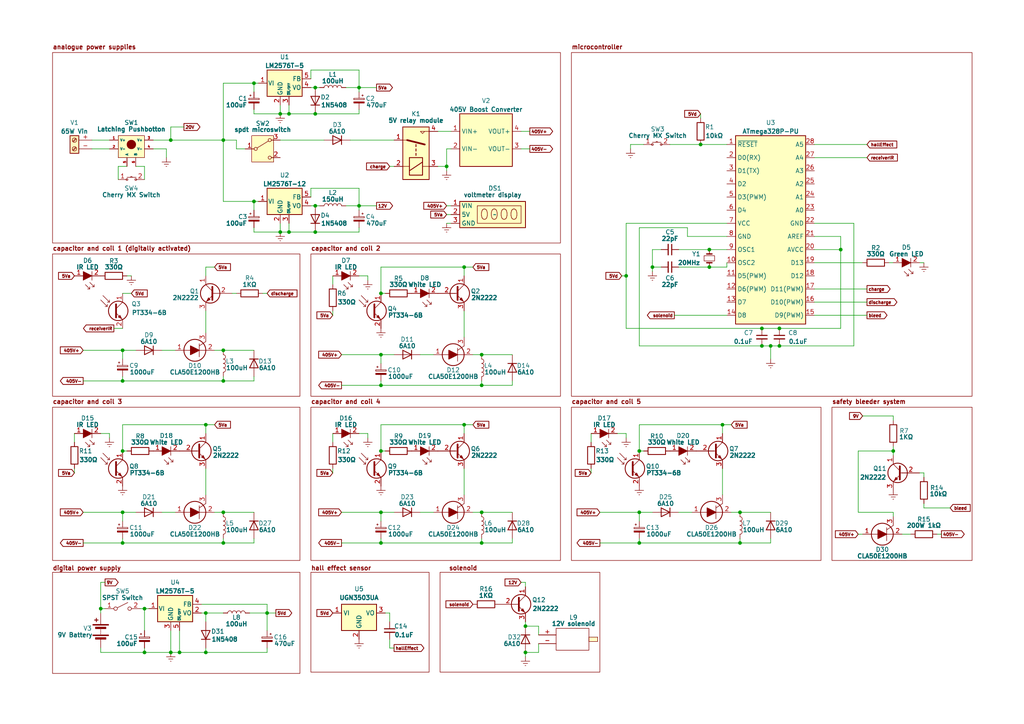
<source format=kicad_sch>
(kicad_sch (version 20231120) (generator "eeschema") (generator_version "8.0")
  (paper "A4")
  (title_block (title "Marble Machine Circuitry") (date "2024-02-27") (rev "12") (company "James Bray - 11EST1"))
  (junction (at 49.53 40.64))
  (junction (at 205.74 77.47))
  (junction (at 110.49 85.09))
  (junction (at 152.4 189.23))
  (junction (at 134.62 77.47))
  (junction (at 214.63 148.59))
  (junction (at 81.28 33.02))
  (junction (at 35.56 130.81))
  (junction (at 41.91 176.53))
  (junction (at 209.55 123.19))
  (junction (at 64.77 157.48))
  (junction (at 104.14 25.4))
  (junction (at 81.28 67.31))
  (junction (at 214.63 157.48))
  (junction (at 203.2 41.91))
  (junction (at 139.7 111.76))
  (junction (at 35.56 157.48))
  (junction (at 104.14 59.69))
  (junction (at 185.42 130.81))
  (junction (at 41.91 189.23))
  (junction (at 64.77 40.64))
  (junction (at 259.08 130.81))
  (junction (at 110.49 157.48))
  (junction (at 181.61 80.01))
  (junction (at 83.82 33.02))
  (junction (at 226.06 100.33))
  (junction (at 139.7 157.48))
  (junction (at 52.07 189.23))
  (junction (at 64.77 101.6))
  (junction (at 59.69 177.8))
  (junction (at 73.66 58.42))
  (junction (at 77.47 177.8))
  (junction (at 64.77 110.49))
  (junction (at 35.56 110.49))
  (junction (at 91.44 59.69))
  (junction (at 134.62 123.19))
  (junction (at 83.82 67.31))
  (junction (at 29.21 176.53))
  (junction (at 110.49 111.76))
  (junction (at 35.56 148.59))
  (junction (at 73.66 24.13))
  (junction (at 35.56 101.6))
  (junction (at 223.52 100.33))
  (junction (at 59.69 189.23))
  (junction (at 220.98 95.25))
  (junction (at 129.54 48.26))
  (junction (at 91.44 33.02))
  (junction (at 59.69 123.19))
  (junction (at 152.4 181.61))
  (junction (at 91.44 67.31))
  (junction (at 64.77 148.59))
  (junction (at 185.42 157.48))
  (junction (at 110.49 130.81))
  (junction (at 185.42 148.59))
  (junction (at 91.44 25.4))
  (junction (at 205.74 72.39))
  (junction (at 110.49 148.59))
  (junction (at 49.53 189.23))
  (junction (at 226.06 95.25))
  (junction (at 220.98 100.33))
  (junction (at 110.49 102.87))
  (junction (at 139.7 102.87))
  (junction (at 243.84 72.39))
  (junction (at 189.23 77.47))
  (junction (at 139.7 148.59))
  (wire (pts (xy 99.06 111.76) (xy 110.49 111.76)))
  (wire (pts (xy 111.76 177.8) (xy 113.03 177.8)))
  (wire (pts (xy 41.91 187.96) (xy 41.91 189.23)))
  (wire (pts (xy 73.66 33.02) (xy 81.28 33.02)))
  (wire (pts (xy 29.21 187.96) (xy 29.21 189.23)))
  (wire (pts (xy 205.74 77.47) (xy 210.82 77.47)))
  (wire (pts (xy 29.21 177.8) (xy 29.21 176.53)))
  (wire (pts (xy 110.49 110.49) (xy 110.49 111.76)))
  (wire (pts (xy 205.74 72.39) (xy 210.82 72.39)))
  (wire (pts (xy 152.4 168.91) (xy 152.4 170.18)))
  (wire (pts (xy 236.22 91.44) (xy 251.46 91.44)))
  (wire (pts (xy 271.78 154.94) (xy 273.05 154.94)))
  (wire (pts (xy 104.14 33.02) (xy 104.14 31.75)))
  (wire (pts (xy 64.77 58.42) (xy 73.66 58.42)))
  (wire (pts (xy 181.61 80.01) (xy 181.61 95.25)))
  (wire (pts (xy 35.56 157.48) (xy 64.77 157.48)))
  (wire (pts (xy 73.66 58.42) (xy 74.93 58.42)))
  (wire (pts (xy 59.69 90.17) (xy 59.69 96.52)))
  (wire (pts (xy 194.31 41.91) (xy 203.2 41.91)))
  (wire (pts (xy 29.21 176.53) (xy 30.48 176.53)))
  (wire (pts (xy 248.92 130.81) (xy 248.92 148.59)))
  (wire (pts (xy 127 38.1) (xy 130.81 38.1)))
  (wire (pts (xy 189.23 78.74) (xy 189.23 77.47)))
  (wire (pts (xy 264.16 154.94) (xy 261.62 154.94)))
  (wire (pts (xy 64.77 24.13) (xy 73.66 24.13)))
  (wire (pts (xy 185.42 157.48) (xy 214.63 157.48)))
  (wire (pts (xy 49.53 182.88) (xy 49.53 189.23)))
  (wire (pts (xy 90.17 20.32) (xy 90.17 22.86)))
  (wire (pts (xy 91.44 59.69) (xy 92.71 59.69)))
  (wire (pts (xy 106.68 125.73) (xy 106.68 127)))
  (wire (pts (xy 110.49 102.87) (xy 110.49 105.41)))
  (wire (pts (xy 139.7 148.59) (xy 148.59 148.59)))
  (wire (pts (xy 99.06 102.87) (xy 110.49 102.87)))
  (wire (pts (xy 59.69 189.23) (xy 77.47 189.23)))
  (wire (pts (xy 104.14 25.4) (xy 109.22 25.4)))
  (wire (pts (xy 210.82 68.58) (xy 199.39 68.58)))
  (wire (pts (xy 62.23 148.59) (xy 64.77 148.59)))
  (wire (pts (xy 212.09 123.19) (xy 209.55 123.19)))
  (wire (pts (xy 110.49 111.76) (xy 139.7 111.76)))
  (wire (pts (xy 41.91 189.23) (xy 49.53 189.23)))
  (wire (pts (xy 209.55 135.89) (xy 209.55 143.51)))
  (wire (pts (xy 40.64 176.53) (xy 41.91 176.53)))
  (wire (pts (xy 173.99 157.48) (xy 185.42 157.48)))
  (wire (pts (xy 171.45 125.73) (xy 171.45 128.27)))
  (wire (pts (xy 90.17 25.4) (xy 91.44 25.4)))
  (wire (pts (xy 26.67 40.64) (xy 31.75 40.64)))
  (wire (pts (xy 259.08 120.65) (xy 250.19 120.65)))
  (wire (pts (xy 52.07 182.88) (xy 52.07 189.23)))
  (wire (pts (xy 48.26 43.18) (xy 48.26 45.72)))
  (wire (pts (xy 104.14 25.4) (xy 104.14 26.67)))
  (wire (pts (xy 104.14 59.69) (xy 104.14 54.61)))
  (wire (pts (xy 100.33 59.69) (xy 104.14 59.69)))
  (wire (pts (xy 106.68 125.73) (xy 104.14 125.73)))
  (wire (pts (xy 35.56 109.22) (xy 35.56 110.49)))
  (wire (pts (xy 73.66 66.04) (xy 73.66 67.31)))
  (wire (pts (xy 110.49 157.48) (xy 139.7 157.48)))
  (wire (pts (xy 35.56 123.19) (xy 35.56 130.81)))
  (wire (pts (xy 35.56 110.49) (xy 64.77 110.49)))
  (wire (pts (xy 110.49 102.87) (xy 114.3 102.87)))
  (wire (pts (xy 35.56 123.19) (xy 59.69 123.19)))
  (wire (pts (xy 104.14 25.4) (xy 104.14 20.32)))
  (wire (pts (xy 110.49 77.47) (xy 134.62 77.47)))
  (wire (pts (xy 96.52 90.17) (xy 96.52 91.44)))
  (wire (pts (xy 104.14 59.69) (xy 104.14 60.96)))
  (wire (pts (xy 259.08 129.54) (xy 259.08 130.81)))
  (wire (pts (xy 72.39 177.8) (xy 77.47 177.8)))
  (wire (pts (xy 236.22 41.91) (xy 251.46 41.91)))
  (wire (pts (xy 137.16 77.47) (xy 134.62 77.47)))
  (wire (pts (xy 196.85 72.39) (xy 205.74 72.39)))
  (wire (pts (xy 73.66 24.13) (xy 73.66 26.67)))
  (wire (pts (xy 81.28 64.77) (xy 81.28 67.31)))
  (wire (pts (xy 34.29 52.07) (xy 34.29 48.26)))
  (wire (pts (xy 62.23 123.19) (xy 59.69 123.19)))
  (wire (pts (xy 46.99 148.59) (xy 50.8 148.59)))
  (wire (pts (xy 39.37 48.26) (xy 41.91 48.26)))
  (wire (pts (xy 110.49 85.09) (xy 111.76 85.09)))
  (wire (pts (xy 236.22 83.82) (xy 251.46 83.82)))
  (wire (pts (xy 53.34 36.83) (xy 49.53 36.83)))
  (wire (pts (xy 64.77 101.6) (xy 73.66 101.6)))
  (wire (pts (xy 113.03 177.8) (xy 113.03 180.34)))
  (wire (pts (xy 267.97 138.43) (xy 267.97 137.16)))
  (wire (pts (xy 151.13 38.1) (xy 153.67 38.1)))
  (wire (pts (xy 195.58 91.44) (xy 210.82 91.44)))
  (wire (pts (xy 181.61 95.25) (xy 220.98 95.25)))
  (wire (pts (xy 96.52 125.73) (xy 96.52 128.27)))
  (wire (pts (xy 35.56 101.6) (xy 39.37 101.6)))
  (wire (pts (xy 46.99 101.6) (xy 50.8 101.6)))
  (wire (pts (xy 64.77 148.59) (xy 73.66 148.59)))
  (wire (pts (xy 24.13 101.6) (xy 35.56 101.6)))
  (wire (pts (xy 247.65 64.77) (xy 247.65 100.33)))
  (wire (pts (xy 129.54 62.23) (xy 130.81 62.23)))
  (wire (pts (xy 44.45 43.18) (xy 48.26 43.18)))
  (wire (pts (xy 101.6 40.64) (xy 114.3 40.64)))
  (wire (pts (xy 73.66 157.48) (xy 73.66 156.21)))
  (wire (pts (xy 35.56 148.59) (xy 39.37 148.59)))
  (wire (pts (xy 189.23 72.39) (xy 189.23 77.47)))
  (wire (pts (xy 24.13 110.49) (xy 35.56 110.49)))
  (wire (pts (xy 220.98 95.25) (xy 226.06 95.25)))
  (wire (pts (xy 266.7 76.2) (xy 267.97 76.2)))
  (wire (pts (xy 212.09 148.59) (xy 214.63 148.59)))
  (wire (pts (xy 77.47 177.8) (xy 77.47 175.26)))
  (wire (pts (xy 196.85 77.47) (xy 205.74 77.47)))
  (wire (pts (xy 181.61 125.73) (xy 181.61 127)))
  (wire (pts (xy 29.21 189.23) (xy 41.91 189.23)))
  (wire (pts (xy 91.44 33.02) (xy 104.14 33.02)))
  (wire (pts (xy 196.85 148.59) (xy 200.66 148.59)))
  (wire (pts (xy 104.14 59.69) (xy 109.22 59.69)))
  (wire (pts (xy 90.17 54.61) (xy 90.17 57.15)))
  (wire (pts (xy 189.23 77.47) (xy 191.77 77.47)))
  (wire (pts (xy 64.77 157.48) (xy 73.66 157.48)))
  (wire (pts (xy 77.47 177.8) (xy 77.47 182.88)))
  (wire (pts (xy 259.08 120.65) (xy 259.08 121.92)))
  (wire (pts (xy 64.77 40.64) (xy 68.58 40.64)))
  (wire (pts (xy 77.47 175.26) (xy 58.42 175.26)))
  (wire (pts (xy 185.42 123.19) (xy 185.42 130.81)))
  (wire (pts (xy 21.59 135.89) (xy 21.59 137.16)))
  (wire (pts (xy 236.22 87.63) (xy 251.46 87.63)))
  (wire (pts (xy 35.56 156.21) (xy 35.56 157.48)))
  (wire (pts (xy 96.52 135.89) (xy 96.52 137.16)))
  (wire (pts (xy 181.61 125.73) (xy 179.07 125.73)))
  (wire (pts (xy 49.53 36.83) (xy 49.53 40.64)))
  (wire (pts (xy 83.82 67.31) (xy 91.44 67.31)))
  (wire (pts (xy 148.59 111.76) (xy 148.59 110.49)))
  (wire (pts (xy 156.21 181.61) (xy 152.4 181.61)))
  (wire (pts (xy 26.67 43.18) (xy 31.75 43.18)))
  (wire (pts (xy 185.42 148.59) (xy 189.23 148.59)))
  (wire (pts (xy 257.81 76.2) (xy 259.08 76.2)))
  (wire (pts (xy 91.44 67.31) (xy 104.14 67.31)))
  (wire (pts (xy 156.21 184.15) (xy 156.21 181.61)))
  (wire (pts (xy 139.7 111.76) (xy 148.59 111.76)))
  (wire (pts (xy 113.03 185.42) (xy 113.03 187.96)))
  (wire (pts (xy 137.16 148.59) (xy 139.7 148.59)))
  (wire (pts (xy 41.91 176.53) (xy 41.91 182.88)))
  (wire (pts (xy 236.22 68.58) (xy 243.84 68.58)))
  (wire (pts (xy 259.08 132.08) (xy 259.08 130.81)))
  (wire (pts (xy 83.82 30.48) (xy 83.82 33.02)))
  (wire (pts (xy 139.7 156.21) (xy 139.7 157.48)))
  (wire (pts (xy 64.77 109.22) (xy 64.77 110.49)))
  (wire (pts (xy 139.7 110.49) (xy 139.7 111.76)))
  (wire (pts (xy 134.62 135.89) (xy 134.62 143.51)))
  (wire (pts (xy 41.91 52.07) (xy 41.91 48.26)))
  (wire (pts (xy 35.56 95.25) (xy 33.02 95.25)))
  (wire (pts (xy 210.82 77.47) (xy 210.82 76.2)))
  (wire (pts (xy 181.61 64.77) (xy 210.82 64.77)))
  (wire (pts (xy 106.68 80.01) (xy 104.14 80.01)))
  (wire (pts (xy 127 48.26) (xy 129.54 48.26)))
  (wire (pts (xy 181.61 64.77) (xy 181.61 80.01)))
  (wire (pts (xy 67.31 85.09) (xy 68.58 85.09)))
  (wire (pts (xy 49.53 40.64) (xy 64.77 40.64)))
  (wire (pts (xy 52.07 189.23) (xy 59.69 189.23)))
  (wire (pts (xy 100.33 25.4) (xy 104.14 25.4)))
  (wire (pts (xy 104.14 67.31) (xy 104.14 66.04)))
  (wire (pts (xy 236.22 72.39) (xy 243.84 72.39)))
  (wire (pts (xy 34.29 48.26) (xy 36.83 48.26)))
  (wire (pts (xy 73.66 58.42) (xy 73.66 60.96)))
  (wire (pts (xy 59.69 135.89) (xy 59.69 143.51)))
  (wire (pts (xy 185.42 130.81) (xy 186.69 130.81)))
  (wire (pts (xy 41.91 176.53) (xy 43.18 176.53)))
  (wire (pts (xy 96.52 80.01) (xy 96.52 82.55)))
  (wire (pts (xy 110.49 123.19) (xy 134.62 123.19)))
  (wire (pts (xy 24.13 157.48) (xy 35.56 157.48)))
  (wire (pts (xy 203.2 41.91) (xy 210.82 41.91)))
  (wire (pts (xy 110.49 130.81) (xy 111.76 130.81)))
  (wire (pts (xy 236.22 76.2) (xy 250.19 76.2)))
  (wire (pts (xy 156.21 189.23) (xy 152.4 189.23)))
  (wire (pts (xy 81.28 30.48) (xy 81.28 33.02)))
  (wire (pts (xy 129.54 43.18) (xy 129.54 48.26)))
  (wire (pts (xy 259.08 148.59) (xy 248.92 148.59)))
  (wire (pts (xy 24.13 148.59) (xy 35.56 148.59)))
  (wire (pts (xy 203.2 33.02) (xy 203.2 34.29)))
  (wire (pts (xy 81.28 33.02) (xy 83.82 33.02)))
  (wire (pts (xy 77.47 189.23) (xy 77.47 187.96)))
  (wire (pts (xy 104.14 54.61) (xy 90.17 54.61)))
  (wire (pts (xy 99.06 157.48) (xy 110.49 157.48)))
  (wire (pts (xy 243.84 72.39) (xy 243.84 68.58)))
  (wire (pts (xy 81.28 67.31) (xy 83.82 67.31)))
  (wire (pts (xy 182.88 41.91) (xy 186.69 41.91)))
  (wire (pts (xy 110.49 77.47) (xy 110.49 85.09)))
  (wire (pts (xy 267.97 147.32) (xy 267.97 146.05)))
  (wire (pts (xy 29.21 168.91) (xy 30.48 168.91)))
  (wire (pts (xy 267.97 137.16) (xy 266.7 137.16)))
  (wire (pts (xy 134.62 77.47) (xy 134.62 80.01)))
  (wire (pts (xy 152.4 180.34) (xy 152.4 181.61)))
  (wire (pts (xy 44.45 40.64) (xy 49.53 40.64)))
  (wire (pts (xy 110.49 148.59) (xy 110.49 151.13)))
  (wire (pts (xy 64.77 40.64) (xy 64.77 58.42)))
  (wire (pts (xy 99.06 148.59) (xy 110.49 148.59)))
  (wire (pts (xy 73.66 67.31) (xy 81.28 67.31)))
  (wire (pts (xy 152.4 168.91) (xy 151.13 168.91)))
  (wire (pts (xy 64.77 110.49) (xy 73.66 110.49)))
  (wire (pts (xy 185.42 148.59) (xy 185.42 151.13)))
  (wire (pts (xy 81.28 40.64) (xy 93.98 40.64)))
  (wire (pts (xy 214.63 157.48) (xy 223.52 157.48)))
  (wire (pts (xy 223.52 100.33) (xy 223.52 104.14)))
  (wire (pts (xy 31.75 125.73) (xy 31.75 127)))
  (wire (pts (xy 59.69 187.96) (xy 59.69 189.23)))
  (wire (pts (xy 68.58 40.64) (xy 68.58 43.18)))
  (wire (pts (xy 214.63 156.21) (xy 214.63 157.48)))
  (wire (pts (xy 134.62 90.17) (xy 134.62 97.79)))
  (wire (pts (xy 129.54 48.26) (xy 129.54 49.53)))
  (wire (pts (xy 137.16 102.87) (xy 139.7 102.87)))
  (wire (pts (xy 73.66 24.13) (xy 74.93 24.13)))
  (wire (pts (xy 113.03 187.96) (xy 114.3 187.96)))
  (wire (pts (xy 59.69 177.8) (xy 59.69 180.34)))
  (wire (pts (xy 236.22 45.72) (xy 251.46 45.72)))
  (wire (pts (xy 73.66 31.75) (xy 73.66 33.02)))
  (wire (pts (xy 247.65 64.77) (xy 236.22 64.77)))
  (wire (pts (xy 64.77 156.21) (xy 64.77 157.48)))
  (wire (pts (xy 106.68 80.01) (xy 106.68 81.28)))
  (wire (pts (xy 171.45 135.89) (xy 171.45 137.16)))
  (wire (pts (xy 83.82 64.77) (xy 83.82 67.31)))
  (wire (pts (xy 62.23 101.6) (xy 64.77 101.6)))
  (wire (pts (xy 58.42 177.8) (xy 59.69 177.8)))
  (wire (pts (xy 110.49 156.21) (xy 110.49 157.48)))
  (wire (pts (xy 156.21 186.69) (xy 156.21 189.23)))
  (wire (pts (xy 189.23 72.39) (xy 191.77 72.39)))
  (wire (pts (xy 209.55 123.19) (xy 209.55 125.73)))
  (wire (pts (xy 91.44 25.4) (xy 92.71 25.4)))
  (wire (pts (xy 77.47 177.8) (xy 80.01 177.8)))
  (wire (pts (xy 223.52 100.33) (xy 226.06 100.33)))
  (wire (pts (xy 121.92 148.59) (xy 125.73 148.59)))
  (wire (pts (xy 137.16 123.19) (xy 134.62 123.19)))
  (wire (pts (xy 35.56 148.59) (xy 35.56 151.13)))
  (wire (pts (xy 185.42 100.33) (xy 220.98 100.33)))
  (wire (pts (xy 185.42 123.19) (xy 209.55 123.19)))
  (wire (pts (xy 31.75 125.73) (xy 29.21 125.73)))
  (wire (pts (xy 152.4 190.5) (xy 152.4 189.23)))
  (wire (pts (xy 129.54 59.69) (xy 130.81 59.69)))
  (wire (pts (xy 250.19 154.94) (xy 248.92 154.94)))
  (wire (pts (xy 64.77 24.13) (xy 64.77 40.64)))
  (wire (pts (xy 129.54 64.77) (xy 130.81 64.77)))
  (wire (pts (xy 223.52 157.48) (xy 223.52 156.21)))
  (wire (pts (xy 151.13 43.18) (xy 153.67 43.18)))
  (wire (pts (xy 185.42 156.21) (xy 185.42 157.48)))
  (wire (pts (xy 182.88 41.91) (xy 182.88 43.18)))
  (wire (pts (xy 185.42 66.04) (xy 185.42 100.33)))
  (wire (pts (xy 73.66 110.49) (xy 73.66 109.22)))
  (wire (pts (xy 90.17 59.69) (xy 91.44 59.69)))
  (wire (pts (xy 275.59 147.32) (xy 267.97 147.32)))
  (wire (pts (xy 259.08 148.59) (xy 259.08 149.86)))
  (wire (pts (xy 121.92 102.87) (xy 125.73 102.87)))
  (wire (pts (xy 243.84 72.39) (xy 243.84 95.25)))
  (wire (pts (xy 134.62 123.19) (xy 134.62 125.73)))
  (wire (pts (xy 129.54 43.18) (xy 130.81 43.18)))
  (wire (pts (xy 35.56 130.81) (xy 36.83 130.81)))
  (wire (pts (xy 226.06 95.25) (xy 243.84 95.25)))
  (wire (pts (xy 110.49 148.59) (xy 114.3 148.59)))
  (wire (pts (xy 35.56 101.6) (xy 35.56 104.14)))
  (wire (pts (xy 173.99 148.59) (xy 185.42 148.59)))
  (wire (pts (xy 59.69 77.47) (xy 59.69 80.01)))
  (wire (pts (xy 59.69 123.19) (xy 59.69 125.73)))
  (wire (pts (xy 104.14 20.32) (xy 90.17 20.32)))
  (wire (pts (xy 226.06 100.33) (xy 247.65 100.33)))
  (wire (pts (xy 110.49 123.19) (xy 110.49 130.81)))
  (wire (pts (xy 220.98 100.33) (xy 223.52 100.33)))
  (wire (pts (xy 139.7 157.48) (xy 148.59 157.48)))
  (wire (pts (xy 248.92 130.81) (xy 259.08 130.81)))
  (wire (pts (xy 148.59 157.48) (xy 148.59 156.21)))
  (wire (pts (xy 35.56 85.09) (xy 38.1 85.09)))
  (wire (pts (xy 214.63 148.59) (xy 223.52 148.59)))
  (wire (pts (xy 76.2 85.09) (xy 77.47 85.09)))
  (wire (pts (xy 68.58 43.18) (xy 71.12 43.18)))
  (wire (pts (xy 199.39 66.04) (xy 185.42 66.04)))
  (wire (pts (xy 199.39 68.58) (xy 199.39 66.04)))
  (wire (pts (xy 113.03 48.26) (xy 114.3 48.26)))
  (wire (pts (xy 59.69 77.47) (xy 62.23 77.47)))
  (wire (pts (xy 139.7 102.87) (xy 148.59 102.87)))
  (wire (pts (xy 180.34 80.01) (xy 181.61 80.01)))
  (wire (pts (xy 21.59 125.73) (xy 21.59 128.27)))
  (wire (pts (xy 29.21 176.53) (xy 29.21 168.91)))
  (wire (pts (xy 83.82 33.02) (xy 91.44 33.02)))
  (wire (pts (xy 38.1 80.01) (xy 36.83 80.01)))
  (wire (pts (xy 59.69 177.8) (xy 64.77 177.8)))
  (wire (pts (xy 49.53 189.23) (xy 52.07 189.23)))
  (rectangle (start 15.24 118.11) (end 86.995 162.56) (stroke (width 0) (color 132 0 0 1)))
  (rectangle (start 15.24 15.24) (end 162.56 70.485) (stroke (width 0) (color 132 0 0 1)))
  (rectangle (start 90.17 118.11) (end 162.56 162.56) (stroke (width 0) (color 132 0 0 1)))
  (rectangle (start 15.24 73.66) (end 86.995 114.935) (stroke (width 0) (color 132 0 0 1)))
  (rectangle (start 90.17 73.66) (end 162.56 114.935) (stroke (width 0) (color 132 0 0 1)))
  (rectangle (start 127.635 165.989) (end 173.99 194.945) (stroke (width 0) (color 132 0 0 1)))
  (rectangle (start 90.17 165.989) (end 124.46 194.945) (stroke (width 0) (color 132 0 0 1)))
  (rectangle (start 15.24 165.989) (end 86.995 195.326) (stroke (width 0) (color 132 0 0 1)))
  (rectangle (start 165.735 118.11) (end 238.125 162.56) (stroke (width 0) (color 132 0 0 1)))
  (rectangle (start 241.3 118.11) (end 281.94 162.56) (stroke (width 0) (color 132 0 0 1)))
  (rectangle (start 165.735 15.24) (end 281.94 114.935) (stroke (width 0) (color 132 0 0 1)))
  (text "capacitor and coil 4" (at 90.17 117.475 0) (effects (font (size 1.27 1.27) (bold yes)) (justify left bottom)))
  (text "solenoid" (at 130.175 165.735 0) (effects (font (size 1.27 1.27) (bold yes)) (justify left bottom)))
  (text "safety bleeder system" (at 241.3 117.475 0) (effects (font (size 1.27 1.27) (bold yes)) (justify left bottom)))
  (text "analogue power supplies" (at 15.24 14.605 0) (effects (font (size 1.27 1.27) (bold yes)) (justify left bottom)))
  (text "capacitor and coil 3" (at 15.24 117.475 0) (effects (font (size 1.27 1.27) (bold yes)) (justify left bottom)))
  (text "capacitor and coil 2" (at 90.17 73.025 0) (effects (font (size 1.27 1.27) (bold yes)) (justify left bottom)))
  (text "digital power supply" (at 15.24 165.735 0) (effects (font (size 1.27 1.27) (bold yes)) (justify left bottom)))
  (text "hall effect sensor" (at 90.17 165.735 0) (effects (font (size 1.27 1.27) (bold yes)) (justify left bottom)))
  (text "microcontroller" (at 165.735 14.605 0) (effects (font (size 1.27 1.27) (bold yes)) (justify left bottom)))
  (text "capacitor and coil 5" (at 165.735 117.475 0) (effects (font (size 1.27 1.27) (bold yes)) (justify left bottom)))
  (text "capacitor and coil 1 (digitally activated)" (at 15.24 73.025 0) (effects (font (size 1.27 1.27) (bold yes)) (justify left bottom)))
  (global_label "5Va" (shape input) (at 137.16 123.19 0) (effects (font (size 0.9 0.9) (thickness 0.254) (bold yes))) (property "Intersheetrefs" "${INTERSHEET_REFS}" (effects (hide yes))))
  (global_label "405V-" (shape output) (at 24.13 157.48 180) (effects (font (size 0.9 0.9) (thickness 0.254) (bold yes))) (property "Intersheetrefs" "${INTERSHEET_REFS}" (effects (hide yes))))
  (global_label "405V-" (shape output) (at 99.06 157.48 180) (effects (font (size 0.9 0.9) (thickness 0.254) (bold yes))) (property "Intersheetrefs" "${INTERSHEET_REFS}" (effects (hide yes))))
  (global_label "405V-" (shape output) (at 24.13 110.49 180) (effects (font (size 0.9 0.9) (thickness 0.254) (bold yes))) (property "Intersheetrefs" "${INTERSHEET_REFS}" (effects (hide yes))))
  (global_label "charge" (shape input) (at 113.03 48.26 180) (effects (font (size 0.9 0.9) (thickness 0.254) (bold yes))) (property "Intersheetrefs" "${INTERSHEET_REFS}" (effects (hide yes))))
  (global_label "charge" (shape output) (at 251.46 83.82 0) (effects (font (size 0.9 0.9) (thickness 0.254) (bold yes))) (property "Intersheetrefs" "${INTERSHEET_REFS}" (effects (hide yes))))
  (global_label "5Va" (shape input) (at 21.59 80.01 180) (effects (font (size 0.9 0.9) (thickness 0.254) (bold yes))) (property "Intersheetrefs" "${INTERSHEET_REFS}" (effects (hide yes))))
  (global_label "20V" (shape output) (at 53.34 36.83 0) (effects (font (size 0.9 0.9) (thickness 0.254) (bold yes))) (property "Intersheetrefs" "${INTERSHEET_REFS}" (effects (hide yes))))
  (global_label "405V+" (shape input) (at 24.13 148.59 180) (effects (font (size 0.9 0.9) (thickness 0.254) (bold yes))) (property "Intersheetrefs" "${INTERSHEET_REFS}" (effects (hide yes))))
  (global_label "405V+" (shape input) (at 129.54 59.69 180) (effects (font (size 0.9 0.9) (thickness 0.254) (bold yes))) (property "Intersheetrefs" "${INTERSHEET_REFS}" (effects (hide yes))))
  (global_label "bleed" (shape output) (at 251.46 91.44 0) (effects (font (size 0.9 0.9) (thickness 0.254) (bold yes))) (property "Intersheetrefs" "${INTERSHEET_REFS}" (effects (hide yes))))
  (global_label "5Vd" (shape output) (at 80.01 177.8 0) (effects (font (size 0.9 0.9) (thickness 0.254) (bold yes))) (property "Intersheetrefs" "${INTERSHEET_REFS}" (effects (hide yes))))
  (global_label "5Va" (shape input) (at 129.54 62.23 180) (effects (font (size 0.9 0.9) (thickness 0.254) (bold yes))) (property "Intersheetrefs" "${INTERSHEET_REFS}" (effects (hide yes))))
  (global_label "405V+" (shape output) (at 153.67 38.1 0) (effects (font (size 0.9 0.9) (thickness 0.254) (bold yes))) (property "Intersheetrefs" "${INTERSHEET_REFS}" (effects (hide yes))))
  (global_label "405V+" (shape input) (at 24.13 101.6 180) (effects (font (size 0.9 0.9) (thickness 0.254) (bold yes))) (property "Intersheetrefs" "${INTERSHEET_REFS}" (effects (hide yes))))
  (global_label "12V" (shape input) (at 151.13 168.91 180) (effects (font (size 0.9 0.9) (thickness 0.254) (bold yes))) (property "Intersheetrefs" "${INTERSHEET_REFS}" (effects (hide yes))))
  (global_label "405V+" (shape input) (at 99.06 148.59 180) (effects (font (size 0.9 0.9) (thickness 0.254) (bold yes))) (property "Intersheetrefs" "${INTERSHEET_REFS}" (effects (hide yes))))
  (global_label "5Va" (shape input) (at 212.09 123.19 0) (effects (font (size 0.9 0.9) (thickness 0.254) (bold yes))) (property "Intersheetrefs" "${INTERSHEET_REFS}" (effects (hide yes))))
  (global_label "405V+" (shape input) (at 248.92 154.94 180) (effects (font (size 0.9 0.9) (thickness 0.254) (bold yes))) (property "Intersheetrefs" "${INTERSHEET_REFS}" (effects (hide yes))))
  (global_label "5Va" (shape input) (at 21.59 137.16 180) (effects (font (size 0.9 0.9) (thickness 0.254) (bold yes))) (property "Intersheetrefs" "${INTERSHEET_REFS}" (effects (hide yes))))
  (global_label "5Va" (shape input) (at 96.52 137.16 180) (effects (font (size 0.9 0.9) (thickness 0.254) (bold yes))) (property "Intersheetrefs" "${INTERSHEET_REFS}" (effects (hide yes))))
  (global_label "5Va" (shape input) (at 62.23 77.47 0) (effects (font (size 0.9 0.9) (thickness 0.254) (bold yes))) (property "Intersheetrefs" "${INTERSHEET_REFS}" (effects (hide yes))))
  (global_label "12V" (shape output) (at 109.22 59.69 0) (effects (font (size 0.9 0.9) (thickness 0.254) (bold yes))) (property "Intersheetrefs" "${INTERSHEET_REFS}" (effects (hide yes))))
  (global_label "discharge" (shape output) (at 251.46 87.63 0) (effects (font (size 0.9 0.9) (thickness 0.254) (bold yes))) (property "Intersheetrefs" "${INTERSHEET_REFS}" (effects (hide yes))))
  (global_label "5Va" (shape output) (at 109.22 25.4 0) (effects (font (size 0.9 0.9) (thickness 0.254) (bold yes))) (property "Intersheetrefs" "${INTERSHEET_REFS}" (effects (hide yes))))
  (global_label "9V" (shape output) (at 30.48 168.91 0) (effects (font (size 0.9 0.9) (thickness 0.254) (bold yes))) (property "Intersheetrefs" "${INTERSHEET_REFS}" (effects (hide yes))))
  (global_label "405V-" (shape output) (at 153.67 43.18 0) (effects (font (size 0.9 0.9) (thickness 0.254) (bold yes))) (property "Intersheetrefs" "${INTERSHEET_REFS}" (effects (hide yes))))
  (global_label "405V-" (shape output) (at 173.99 157.48 180) (effects (font (size 0.9 0.9) (thickness 0.254) (bold yes))) (property "Intersheetrefs" "${INTERSHEET_REFS}" (effects (hide yes))))
  (global_label "5Va" (shape input) (at 96.52 91.44 180) (effects (font (size 0.9 0.9) (thickness 0.254) (bold yes))) (property "Intersheetrefs" "${INTERSHEET_REFS}" (effects (hide yes))))
  (global_label "405V+" (shape input) (at 99.06 102.87 180) (effects (font (size 0.9 0.9) (thickness 0.254) (bold yes))) (property "Intersheetrefs" "${INTERSHEET_REFS}" (effects (hide yes))))
  (global_label "discharge" (shape input) (at 77.47 85.09 0) (effects (font (size 0.9 0.9) (thickness 0.254) (bold yes))) (property "Intersheetrefs" "${INTERSHEET_REFS}" (effects (hide yes))))
  (global_label "5Vd" (shape input) (at 203.2 33.02 180) (effects (font (size 0.9 0.9) (thickness 0.254) (bold yes))) (property "Intersheetrefs" "${INTERSHEET_REFS}" (effects (hide yes))))
  (global_label "hallEffect" (shape output) (at 114.3 187.96 0) (effects (font (size 0.9 0.9) (thickness 0.254) (bold yes))) (property "Intersheetrefs" "${INTERSHEET_REFS}" (effects (hide yes))))
  (global_label "9V" (shape input) (at 250.19 120.65 180) (effects (font (size 0.9 0.9) (thickness 0.254) (bold yes))) (property "Intersheetrefs" "${INTERSHEET_REFS}" (effects (hide yes))))
  (global_label "receiverIR" (shape input) (at 251.46 45.72 0) (effects (font (size 0.9 0.9) (thickness 0.254) (bold yes))) (property "Intersheetrefs" "${INTERSHEET_REFS}" (effects (hide yes))))
  (global_label "solenoid" (shape input) (at 137.16 175.26 180) (effects (font (size 0.9 0.9) (thickness 0.254) (bold yes))) (property "Intersheetrefs" "${INTERSHEET_REFS}" (effects (hide yes))))
  (global_label "405V-" (shape output) (at 273.05 154.94 0) (effects (font (size 0.9 0.9) (thickness 0.254) (bold yes))) (property "Intersheetrefs" "${INTERSHEET_REFS}" (effects (hide yes))))
  (global_label "5Va" (shape input) (at 137.16 77.47 0) (effects (font (size 0.9 0.9) (thickness 0.254) (bold yes))) (property "Intersheetrefs" "${INTERSHEET_REFS}" (effects (hide yes))))
  (global_label "5Va" (shape input) (at 62.23 123.19 0) (effects (font (size 0.9 0.9) (thickness 0.254) (bold yes))) (property "Intersheetrefs" "${INTERSHEET_REFS}" (effects (hide yes))))
  (global_label "solenoid" (shape output) (at 195.58 91.44 180) (effects (font (size 0.9 0.9) (thickness 0.254) (bold yes))) (property "Intersheetrefs" "${INTERSHEET_REFS}" (effects (hide yes))))
  (global_label "5Vd" (shape input) (at 180.34 80.01 180) (effects (font (size 0.9 0.9) (thickness 0.254) (bold yes))) (property "Intersheetrefs" "${INTERSHEET_REFS}" (effects (hide yes))))
  (global_label "receiverIR" (shape output) (at 33.02 95.25 180) (effects (font (size 0.9 0.9) (thickness 0.254) (bold yes))) (property "Intersheetrefs" "${INTERSHEET_REFS}" (effects (hide yes))))
  (global_label "5Vd" (shape input) (at 38.1 85.09 0) (effects (font (size 0.9 0.9) (thickness 0.254) (bold yes))) (property "Intersheetrefs" "${INTERSHEET_REFS}" (effects (hide yes))))
  (global_label "5Vd" (shape input) (at 96.52 177.8 180) (effects (font (size 0.9 0.9) (thickness 0.254) (bold yes))) (property "Intersheetrefs" "${INTERSHEET_REFS}" (effects (hide yes))))
  (global_label "405V-" (shape output) (at 99.06 111.76 180) (effects (font (size 0.9 0.9) (thickness 0.254) (bold yes))) (property "Intersheetrefs" "${INTERSHEET_REFS}" (effects (hide yes))))
  (global_label "hallEffect" (shape input) (at 251.46 41.91 0) (effects (font (size 0.9 0.9) (thickness 0.254) (bold yes))) (property "Intersheetrefs" "${INTERSHEET_REFS}" (effects (hide yes))))
  (global_label "405V+" (shape input) (at 173.99 148.59 180) (effects (font (size 0.9 0.9) (thickness 0.254) (bold yes))) (property "Intersheetrefs" "${INTERSHEET_REFS}" (effects (hide yes))))
  (global_label "5Va" (shape input) (at 171.45 137.16 180) (effects (font (size 0.9 0.9) (thickness 0.254) (bold yes))) (property "Intersheetrefs" "${INTERSHEET_REFS}" (effects (hide yes))))
  (global_label "bleed" (shape input) (at 275.59 147.32 0) (effects (font (size 0.9 0.9) (thickness 0.254) (bold yes))) (property "Intersheetrefs" "${INTERSHEET_REFS}" (effects (hide yes))))
  (symbol (lib_id "Device:R") (at 33.02 80.01 90) (unit 1)
    (property "Reference" "R3" (at 33.02 75.692 90))
    (property "Value" "330Ω" (at 33.02 77.47 90) (effects (font (bold yes))))
    (property "Footprint" "Resistor_THT:R_Axial_DIN0207_L6.3mm_D2.5mm_P10.16mm_Horizontal" (effects (hide yes)))
  )
  (symbol (lib_id "Switch:SW_Wuerth_450301014042") (at 76.2 43.18 0) (unit 1)
    (property "Reference" "SW2" (at 76.2 35.814 0))
    (property "Value" "spdt microswitch" (at 76.2 37.592 0) (effects (font (bold yes))))
    (property "Footprint" "Button_Switch_THT:SW_Slide-03_Wuerth-WS-SLTV_10x2.5x6.4_P2.54mm" (effects (hide yes)))
    (property "Datasheet" "https://www.we-online.com/components/products/datasheet/450301014042.pdf" (effects (hide yes)))
    (property "Description" "Switch slide, single pole double throw" (effects (hide yes)))
  )
  (symbol (lib_id "Device:R") (at 267.97 142.24 0) (mirror y) (unit 1)
    (property "Reference" "R14" (at 269.748 141.478 0) (effects (justify right)))
    (property "Value" "10kΩ" (at 269.494 143.256 0) (effects (font (bold yes)) (justify right)))
    (property "Footprint" "Resistor_THT:R_Axial_DIN0207_L6.3mm_D2.5mm_P10.16mm_Horizontal" (effects (hide yes)))
  )
  (symbol (lib_id "Diode:1N4007") (at 118.11 102.87 0) (mirror y) (unit 1)
    (property "Reference" "D11" (at 118.11 98.425 0))
    (property "Value" "6A10" (at 118.11 100.33 0) (effects (font (bold yes))))
    (property "Footprint" "LIB_6A10:DIOAD4425W130L885D885" (effects (hide yes)))
    (property "Datasheet" "http://www.vishay.com/docs/88503/1n4001.pdf" (effects (hide yes)))
    (property "Sim.Device" "D" (effects (hide yes)))
    (property "Sim.Pins" "1=K 2=A" (effects (hide yes)))
  )
  (symbol (lib_id "Device:R") (at 21.59 132.08 0) (unit 1)
    (property "Reference" "R11" (at 22.86 130.81 0) (effects (justify left)))
    (property "Value" "330Ω" (at 22.86 133.35 0) (effects (font (bold yes)) (justify left)))
    (property "Footprint" "Resistor_THT:R_Axial_DIN0207_L6.3mm_D2.5mm_P10.16mm_Horizontal" (effects (hide yes)))
  )
  (symbol (lib_id "Device:C_Small") (at 113.03 182.88 0) (unit 1)
    (property "Reference" "C14" (at 114.3 181.61 0) (effects (justify left)))
    (property "Value" "0.1uF" (at 114.3 184.15 0) (effects (font (bold yes)) (justify left)))
    (property "Footprint" "Capacitor_THT:C_Disc_D4.3mm_W1.9mm_P5.00mm" (effects (hide yes)))
  )
  (symbol (lib_id "Device:C_Polarized_Small") (at 35.56 153.67 0) (unit 1)
    (property "Reference" "C11" (at 37.465 153.035 0) (effects (justify left)))
    (property "Value" "1000uF" (at 37.465 154.94 0) (effects (font (bold yes)) (justify left)))
    (property "Footprint" "custom:ALF70G102EH450" (effects (hide yes)))
    (property "Datasheet" "https://www.altronics.com.au/p/r4825-lelon-100uf-35v-high-temp.-pcb-electrolytic-capacitor/" (effects (hide yes)))
  )
  (symbol (lib_id "Device:R") (at 96.52 86.36 0) (unit 1)
    (property "Reference" "R6" (at 97.79 85.09 0) (effects (justify left)))
    (property "Value" "330Ω" (at 97.79 87.63 0) (effects (font (bold yes)) (justify left)))
    (property "Footprint" "Resistor_THT:R_Axial_DIN0207_L6.3mm_D2.5mm_P10.16mm_Horizontal" (effects (hide yes)))
  )
  (symbol (lib_id "dk_LED-Indication-Discrete:151033RS03000") (at 264.16 76.2 0) (mirror x) (unit 1)
    (property "Reference" "D5" (at 262.89 71.755 0))
    (property "Value" "Green LED" (at 262.89 73.66 0) (effects (font (bold yes))))
    (property "Footprint" "LED_THT:LED_D5.0mm" (effects (hide yes)))
    (property "Datasheet" "https://katalog.we-online.de/led/datasheet/151033RS03000.pdf" (effects (hide yes)))
    (property "Description" "LED RED CLEAR 3MM ROUND T/H" (effects (hide yes)))
    (property "Digi-Key_PN" "732-5013-ND" (effects (hide yes)))
    (property "MPN" "151033RS03000" (effects (hide yes)))
    (property "Category" "Optoelectronics" (effects (hide yes)))
    (property "Family" "LED Indication - Discrete" (effects (hide yes)))
    (property "DK_Datasheet_Link" "https://katalog.we-online.de/led/datasheet/151033RS03000.pdf" (effects (hide yes)))
    (property "DK_Detail_Page" "/product-detail/en/wurth-electronics-inc/151033RS03000/732-5013-ND/4490003" (effects (hide yes)))
    (property "Manufacturer" "Wurth Electronics Inc." (effects (hide yes)))
    (property "Status" "Active" (effects (hide yes)))
  )
  (symbol (lib_id "Device:R") (at 115.57 85.09 90) (unit 1)
    (property "Reference" "R5" (at 115.57 80.772 90))
    (property "Value" "330Ω" (at 115.57 82.55 90) (effects (font (bold yes))))
    (property "Footprint" "Resistor_THT:R_Axial_DIN0207_L6.3mm_D2.5mm_P10.16mm_Horizontal" (effects (hide yes)))
  )
  (symbol (lib_id "Device:C_Polarized_Small") (at 104.14 29.21 0) (mirror y) (unit 1)
    (property "Reference" "C2" (at 106.045 28.575 0) (effects (justify right)))
    (property "Value" "470uF" (at 106.045 30.48 0) (effects (font (bold yes)) (justify right)))
    (property "Footprint" "Capacitor_THT:C_Radial_D8.0mm_H11.5mm_P3.50mm" (effects (hide yes)))
  )
  (symbol (lib_id "Diode:1N4007") (at 193.04 148.59 0) (mirror y) (unit 1)
    (property "Reference" "D25" (at 193.04 144.145 0))
    (property "Value" "6A10" (at 193.04 146.05 0) (effects (font (bold yes))))
    (property "Footprint" "LIB_6A10:DIOAD4425W130L885D885" (effects (hide yes)))
    (property "Datasheet" "http://www.vishay.com/docs/88503/1n4001.pdf" (effects (hide yes)))
    (property "Sim.Device" "D" (effects (hide yes)))
    (property "Sim.Pins" "1=K 2=A" (effects (hide yes)))
  )
  (symbol (lib_id "Device:C_Small") (at 220.98 97.79 0) (unit 1)
    (property "Reference" "C7" (at 218.44 96.52 0) (effects (justify right)))
    (property "Value" "0.1uF" (at 218.44 99.06 0) (effects (font (bold yes)) (justify right)))
    (property "Footprint" "Capacitor_THT:C_Disc_D4.3mm_W1.9mm_P5.00mm" (effects (hide yes)))
  )
  (symbol (lib_id "Device:R") (at 267.97 154.94 270) (mirror x) (unit 1)
    (property "Reference" "R15" (at 267.97 150.622 90))
    (property "Value" "200W 1kΩ" (at 267.97 152.4 90) (effects (font (bold yes))))
  )
  (symbol (lib_id "Diode:1N5408") (at 91.44 63.5 90) (unit 1)
    (property "Reference" "D4" (at 92.964 62.484 90) (effects (justify right)))
    (property "Value" "1N5408" (at 92.964 64.77 90) (effects (font (bold yes)) (justify right)))
    (property "Footprint" "Diode_THT:D_DO-201AD_P15.24mm_Horizontal" (effects (hide yes)))
    (property "Datasheet" "http://www.vishay.com/docs/88516/1n5400.pdf" (effects (hide yes)))
    (property "Description" "1000V 3A General Purpose Rectifier Diode, DO-201AD" (effects (hide yes)))
    (property "Sim.Device" "D" (effects (hide yes)))
    (property "Sim.Pins" "1=K 2=A" (effects (hide yes)))
  )
  (symbol (lib_id "power:Earth") (at 267.97 76.2 0) (mirror y) (unit 1)
    (property "Reference" "#PWR07" (effects (hide yes)))
    (property "Value" "Earth" (effects (hide yes)))
  )
  (symbol (lib_id "Device:C_Polarized_Small") (at 77.47 185.42 0) (mirror y) (unit 1)
    (property "Reference" "C16" (at 79.375 184.785 0) (effects (justify right)))
    (property "Value" "470uF" (at 79.375 186.69 0) (effects (font (bold yes)) (justify right)))
    (property "Footprint" "Capacitor_THT:C_Radial_D8.0mm_H11.5mm_P3.50mm" (effects (hide yes)))
  )
  (symbol (lib_id "Transistor_BJT:BC547") (at 261.62 137.16 0) (mirror y) (unit 1)
    (property "Reference" "Q11" (at 257.175 135.89 0) (effects (justify left)))
    (property "Value" "2N2222" (at 257.175 138.43 0) (effects (font (bold yes)) (justify left)))
    (property "Footprint" "LIB_P2N2222A:P2N2222A" (effects (hide yes)))
    (property "Datasheet" "https://www.onsemi.com/pub/Collateral/BC550-D.pdf" (effects (hide yes)))
  )
  (symbol (lib_name "Cherry_MX_1") (lib_id "Cherry_MX:Cherry_MX") (at 190.5 41.91 0) (unit 1)
    (property "Reference" "SW3" (at 190.754 37.465 0))
    (property "Value" "Cherry MX Switch" (at 190.754 39.335 0) (effects (font (bold yes))))
    (property "Footprint" "PCM_Switch_Keyboard_Cherry_MX:SW_Cherry_MX_PCB" (effects (hide yes)))
  )
  (symbol (lib_id "Device:R") (at 190.5 130.81 90) (unit 1)
    (property "Reference" "R10" (at 190.5 126.492 90))
    (property "Value" "330Ω" (at 190.5 128.27 90) (effects (font (bold yes))))
    (property "Footprint" "Resistor_THT:R_Axial_DIN0207_L6.3mm_D2.5mm_P10.16mm_Horizontal" (effects (hide yes)))
  )
  (symbol (lib_id "Diode:1N4007") (at 73.66 152.4 90) (mirror x) (unit 1)
    (property "Reference" "D27" (at 74.93 151.765 90) (effects (justify right)))
    (property "Value" "6A10" (at 74.93 153.67 90) (effects (font (bold yes)) (justify right)))
    (property "Footprint" "LIB_6A10:DIOAD4425W130L885D885" (effects (hide yes)))
    (property "Datasheet" "http://www.vishay.com/docs/88503/1n4001.pdf" (effects (hide yes)))
    (property "Sim.Device" "D" (effects (hide yes)))
    (property "Sim.Pins" "1=K 2=A" (effects (hide yes)))
  )
  (symbol (lib_id "Device:C_Small") (at 194.31 72.39 270) (unit 1)
    (property "Reference" "C5" (at 194.31 67.31 90))
    (property "Value" "22pF" (at 194.31 69.215 90) (effects (font (bold yes))))
    (property "Footprint" "Capacitor_THT:C_Disc_D4.3mm_W1.9mm_P5.00mm" (effects (hide yes)))
  )
  (symbol (lib_id "Device:R") (at 140.97 175.26 90) (mirror x) (unit 1)
    (property "Reference" "R16" (at 140.97 170.815 90))
    (property "Value" "1KΩ" (at 140.97 172.72 90) (effects (font (bold yes))))
    (property "Footprint" "Resistor_THT:R_Axial_DIN0207_L6.3mm_D2.5mm_P10.16mm_Horizontal" (effects (hide yes)))
  )
  (symbol (lib_name "LM2576T-5_2") (lib_id "Regulator_Switching:LM2576T-5") (at 82.55 22.86 0) (unit 1)
    (property "Reference" "U1" (at 82.55 16.51 0))
    (property "Value" "LM2576T-5" (at 82.55 19.05 0) (effects (font (bold yes))))
    (property "Footprint" "LIB_LM2576T-5.0_NOPB:LM2576T50NOPB" (effects (hide yes)))
    (property "Datasheet" "http://www.ti.com/lit/ds/symlink/lm2576.pdf" (effects (hide yes)))
  )
  (symbol (lib_id "Device:C_Polarized_Small") (at 73.66 29.21 0) (unit 1)
    (property "Reference" "C1" (at 71.755 28.575 0) (effects (justify right)))
    (property "Value" "100uF" (at 71.755 30.48 0) (effects (font (bold yes)) (justify right)))
    (property "Footprint" "Capacitor_THT:C_Radial_D8.0mm_H11.5mm_P3.50mm" (effects (hide yes)))
    (property "Datasheet" "https://www.altronics.com.au/p/r4825-lelon-100uf-35v-high-temp.-pcb-electrolytic-capacitor/" (effects (hide yes)))
  )
  (symbol (lib_id "power:Earth") (at 49.53 189.23 0) (unit 1)
    (property "Reference" "#PWR021" (effects (hide yes)))
    (property "Value" "Earth" (effects (hide yes)))
  )
  (symbol (lib_id "Device:Q_Photo_NPN") (at 107.95 135.89 0) (unit 1)
    (property "Reference" "Q9" (at 112.395 135.255 0) (effects (justify left)))
    (property "Value" "PT334-6B" (at 112.395 137.16 0) (effects (font (bold yes)) (justify left)))
    (property "Footprint" "LIB_PT334-6B:PT3346B" (effects (hide yes)))
  )
  (symbol (lib_id "power:Earth") (at 259.08 142.24 0) (unit 1)
    (property "Reference" "#PWR019" (effects (hide yes)))
    (property "Value" "Earth" (effects (hide yes)))
  )
  (symbol (lib_id "power:Earth") (at 152.4 190.5 0) (unit 1)
    (property "Reference" "#PWR022" (effects (hide yes)))
    (property "Value" "Earth" (effects (hide yes)))
  )
  (symbol (lib_id "Device:C_Polarized_Small") (at 35.56 106.68 0) (unit 1)
    (property "Reference" "C9" (at 37.465 106.045 0) (effects (justify left)))
    (property "Value" "1000uF" (at 37.465 107.95 0) (effects (font (bold yes)) (justify left)))
    (property "Footprint" "custom:ALF70G102EH450" (effects (hide yes)))
    (property "Datasheet" "https://www.altronics.com.au/p/r4825-lelon-100uf-35v-high-temp.-pcb-electrolytic-capacitor/" (effects (hide yes)))
  )
  (symbol (lib_id "Diode:1N5408") (at 59.69 184.15 90) (unit 1)
    (property "Reference" "D31" (at 61.214 183.134 90) (effects (justify right)))
    (property "Value" "1N5408" (at 61.214 185.42 90) (effects (font (bold yes)) (justify right)))
    (property "Footprint" "Diode_THT:D_DO-201AD_P15.24mm_Horizontal" (effects (hide yes)))
    (property "Datasheet" "http://www.vishay.com/docs/88516/1n5400.pdf" (effects (hide yes)))
    (property "Description" "1000V 3A General Purpose Rectifier Diode, DO-201AD" (effects (hide yes)))
    (property "Sim.Device" "D" (effects (hide yes)))
    (property "Sim.Pins" "1=K 2=A" (effects (hide yes)))
  )
  (symbol (lib_id "power:Earth") (at 110.49 140.97 0) (unit 1)
    (property "Reference" "#PWR017" (effects (hide yes)))
    (property "Value" "Earth" (effects (hide yes)))
  )
  (symbol (lib_id "power:Earth") (at 106.68 127 0) (unit 1)
    (property "Reference" "#PWR014" (effects (hide yes)))
    (property "Value" "Earth" (effects (hide yes)))
  )
  (symbol (lib_id "Device:C_Polarized_Small") (at 110.49 153.67 0) (unit 1)
    (property "Reference" "C12" (at 112.395 153.035 0) (effects (justify left)))
    (property "Value" "1000uF" (at 112.395 154.94 0) (effects (font (bold yes)) (justify left)))
    (property "Footprint" "custom:ALF70G102EH450" (effects (hide yes)))
    (property "Datasheet" "https://www.altronics.com.au/p/r4825-lelon-100uf-35v-high-temp.-pcb-electrolytic-capacitor/" (effects (hide yes)))
  )
  (symbol (lib_id "Transistor_BJT:BC547") (at 207.01 130.81 0) (unit 1)
    (property "Reference" "Q7" (at 211.455 130.175 0) (effects (justify left)))
    (property "Value" "2N2222" (at 211.455 132.08 0) (effects (font (bold yes)) (justify left)))
    (property "Footprint" "LIB_P2N2222A:P2N2222A" (effects (hide yes)))
    (property "Datasheet" "https://www.onsemi.com/pub/Collateral/BC550-D.pdf" (effects (hide yes)))
  )
  (symbol (lib_id "Device:R") (at 72.39 85.09 90) (mirror x) (unit 1)
    (property "Reference" "R4" (at 72.39 80.645 90))
    (property "Value" "1KΩ" (at 72.39 82.55 90) (effects (font (bold yes))))
    (property "Footprint" "Resistor_THT:R_Axial_DIN0207_L6.3mm_D2.5mm_P10.16mm_Horizontal" (effects (hide yes)))
  )
  (symbol (lib_id "Device:R") (at 115.57 130.81 90) (unit 1)
    (property "Reference" "R9" (at 115.57 126.492 90))
    (property "Value" "330Ω" (at 115.57 128.27 90) (effects (font (bold yes))))
    (property "Footprint" "Resistor_THT:R_Axial_DIN0207_L6.3mm_D2.5mm_P10.16mm_Horizontal" (effects (hide yes)))
  )
  (symbol (lib_id "Device:R") (at 259.08 125.73 0) (mirror y) (unit 1)
    (property "Reference" "R7" (at 260.858 124.968 0) (effects (justify right)))
    (property "Value" "1KΩ" (at 260.604 126.746 0) (effects (font (bold yes)) (justify right)))
    (property "Footprint" "Resistor_THT:R_Axial_DIN0207_L6.3mm_D2.5mm_P10.16mm_Horizontal" (effects (hide yes)))
  )
  (symbol (lib_id "MCU_Microchip_ATmega:ATmega328P-P") (at 223.52 74.93 0) (unit 1)
    (property "Reference" "U3" (at 223.52 35.56 0))
    (property "Value" "ATmega328P-PU" (at 223.52 38.1 0) (effects (font (bold yes))))
    (property "Footprint" "Package_DIP:DIP-28_W7.62mm" (effects (hide yes)))
  )
  (symbol (lib_id "Device:R") (at 254 76.2 270) (mirror x) (unit 1)
    (property "Reference" "R2" (at 254 71.882 90))
    (property "Value" "330Ω" (at 254 73.66 90) (effects (font (bold yes))))
    (property "Footprint" "Resistor_THT:R_Axial_DIN0207_L6.3mm_D2.5mm_P10.16mm_Horizontal" (effects (hide yes)))
  )
  (symbol (lib_id "power:Earth") (at 182.88 43.18 0) (unit 1)
    (property "Reference" "#PWR02" (effects (hide yes)))
    (property "Value" "Earth" (effects (hide yes)))
  )
  (symbol (lib_id "Switch:SW_SPST") (at 35.56 176.53 0) (unit 1)
    (property "Reference" "SW5" (at 35.56 171.45 0))
    (property "Value" "SPST Switch" (at 35.56 173.355 0) (effects (font (bold yes))))
  )
  (symbol (lib_id "power:Earth") (at 35.56 140.97 0) (unit 1)
    (property "Reference" "#PWR016" (effects (hide yes)))
    (property "Value" "Earth" (effects (hide yes)))
  )
  (symbol (lib_id "Device:C_Polarized_Small") (at 104.14 63.5 0) (mirror y) (unit 1)
    (property "Reference" "C4" (at 106.045 62.865 0) (effects (justify right)))
    (property "Value" "470uF" (at 106.045 64.77 0) (effects (font (bold yes)) (justify right)))
    (property "Footprint" "Capacitor_THT:C_Radial_D8.0mm_H11.5mm_P3.50mm" (effects (hide yes)))
  )
  (symbol (lib_name "70TPS12PBF_1") (lib_id "customSymbols:70TPS12PBF") (at 48.895 148.59 0) (mirror x) (unit 1)
    (property "Reference" "D22" (at 56.515 153.035 0))
    (property "Value" "CLA50E1200HB" (at 56.515 154.94 0) (effects (font (bold yes))))
    (property "Footprint" "LIB_CLA50E1200HB:TO546P530X1586X2594-3P" (effects (hide yes)))
    (property "Datasheet" "https://www.vishay.com/docs/94391/vs-70tpspbf.pdf" (effects (hide yes)))
    (property "Description" "Thyristor SCR 70A 1.2KV Super-247 Vishay, VS-70TPS12PBF, Thyristor, 1200V 70A, 100mA 3-Pin, Super-247" (effects (hide yes)))
    (property "Height" "5.5" (effects (hide yes)))
    (property "Manufacturer_Name" "Vishay" (effects (hide yes)))
    (property "Manufacturer_Part_Number" "VS-70TPS12PBF" (effects (hide yes)))
  )
  (symbol (lib_id "dk_LED-Indication-Discrete:151033RS03000") (at 101.6 125.73 0) (mirror x) (unit 1)
    (property "Reference" "D16" (at 100.33 121.285 0))
    (property "Value" "IR LED" (at 100.33 123.19 0) (effects (font (bold yes))))
    (property "Footprint" "LIB_QED234:QED234" (effects (hide yes)))
    (property "Datasheet" "https://katalog.we-online.de/led/datasheet/151033RS03000.pdf" (effects (hide yes)))
    (property "Description" "LED RED CLEAR 3MM ROUND T/H" (effects (hide yes)))
    (property "Digi-Key_PN" "732-5013-ND" (effects (hide yes)))
    (property "MPN" "151033RS03000" (effects (hide yes)))
    (property "Category" "Optoelectronics" (effects (hide yes)))
    (property "Family" "LED Indication - Discrete" (effects (hide yes)))
    (property "DK_Datasheet_Link" "https://katalog.we-online.de/led/datasheet/151033RS03000.pdf" (effects (hide yes)))
    (property "DK_Detail_Page" "/product-detail/en/wurth-electronics-inc/151033RS03000/732-5013-ND/4490003" (effects (hide yes)))
    (property "Manufacturer" "Wurth Electronics Inc." (effects (hide yes)))
    (property "Status" "Active" (effects (hide yes)))
  )
  (symbol (lib_id "power:Earth") (at 38.1 80.01 0) (unit 1)
    (property "Reference" "#PWR09" (effects (hide yes)))
    (property "Value" "Earth" (effects (hide yes)))
  )
  (symbol (lib_id "Transistor_BJT:BC547") (at 132.08 85.09 0) (unit 1)
    (property "Reference" "Q2" (at 136.525 84.455 0) (effects (justify left)))
    (property "Value" "2N2222" (at 136.525 86.36 0) (effects (font (bold yes)) (justify left)))
    (property "Footprint" "LIB_P2N2222A:P2N2222A" (effects (hide yes)))
    (property "Datasheet" "https://www.onsemi.com/pub/Collateral/BC550-D.pdf" (effects (hide yes)))
  )
  (symbol (lib_id "Device:C_Small") (at 226.06 97.79 0) (mirror y) (unit 1)
    (property "Reference" "C8" (at 228.6 96.52 0) (effects (justify right)))
    (property "Value" "0.1uF" (at 228.6 99.06 0) (effects (font (bold yes)) (justify right)))
    (property "Footprint" "Capacitor_THT:C_Disc_D4.3mm_W1.9mm_P5.00mm" (effects (hide yes)))
  )
  (symbol (lib_name "70TPS12PBF_1") (lib_id "customSymbols:70TPS12PBF") (at 48.895 101.6 0) (mirror x) (unit 1)
    (property "Reference" "D10" (at 56.515 106.045 0))
    (property "Value" "CLA50E1200HB" (at 56.515 107.95 0) (effects (font (bold yes))))
    (property "Footprint" "LIB_CLA50E1200HB:TO546P530X1586X2594-3P" (effects (hide yes)))
    (property "Datasheet" "https://www.vishay.com/docs/94391/vs-70tpspbf.pdf" (effects (hide yes)))
    (property "Description" "Thyristor SCR 70A 1.2KV Super-247 Vishay, VS-70TPS12PBF, Thyristor, 1200V 70A, 100mA 3-Pin, Super-247" (effects (hide yes)))
    (property "Height" "5.5" (effects (hide yes)))
    (property "Manufacturer_Name" "Vishay" (effects (hide yes)))
    (property "Manufacturer_Part_Number" "VS-70TPS12PBF" (effects (hide yes)))
  )
  (symbol (lib_id "Device:C_Polarized_Small") (at 41.91 185.42 0) (unit 1)
    (property "Reference" "C15" (at 40.005 184.785 0) (effects (justify right)))
    (property "Value" "100uF" (at 40.005 186.69 0) (effects (font (bold yes)) (justify right)))
    (property "Footprint" "Capacitor_THT:C_Radial_D8.0mm_H11.5mm_P3.50mm" (effects (hide yes)))
    (property "Datasheet" "https://www.altronics.com.au/p/r4825-lelon-100uf-35v-high-temp.-pcb-electrolytic-capacitor/" (effects (hide yes)))
  )
  (symbol (lib_id "Device:Battery") (at 29.21 182.88 0) (mirror y) (unit 1)
    (property "Reference" "V3" (at 24.13 182.245 0) (effects (justify right)))
    (property "Value" "9V Battery" (at 16.51 184.15 0) (effects (font (bold yes)) (justify right)))
    (property "Footprint" "custom:9V Battery Holder" (effects (hide yes)))
  )
  (symbol (lib_id "Connector:Screw_Terminal_01x02") (at 21.59 40.64 0) (mirror y) (unit 1)
    (property "Reference" "V1" (at 21.59 35.56 0))
    (property "Value" "65W Vin" (at 21.59 38.1 0) (effects (font (bold yes))))
  )
  (symbol (lib_id "Device:R") (at 203.2 38.1 0) (unit 1)
    (property "Reference" "R1" (at 204.47 36.83 0) (effects (justify left)))
    (property "Value" "10kΩ" (at 204.47 39.37 0) (effects (font (bold yes)) (justify left)))
    (property "Footprint" "Resistor_THT:R_Axial_DIN0207_L6.3mm_D2.5mm_P10.16mm_Horizontal" (effects (hide yes)))
  )
  (symbol (lib_id "Device:Crystal_Small") (at 205.74 74.93 270) (unit 1)
    (property "Reference" "Y1" (at 203.2 73.66 90) (effects (justify right)))
    (property "Value" "20MHz" (at 203.2 76.2 90) (effects (font (bold yes)) (justify right)))
    (property "Footprint" "Crystal:Crystal_HC49-U_Vertical" (effects (hide yes)))
  )
  (symbol (lib_id "Diode:1N4007") (at 148.59 106.68 90) (mirror x) (unit 1)
    (property "Reference" "D14" (at 149.86 106.045 90) (effects (justify right)))
    (property "Value" "6A10" (at 149.86 107.95 90) (effects (font (bold yes)) (justify right)))
    (property "Footprint" "LIB_6A10:DIOAD4425W130L885D885" (effects (hide yes)))
    (property "Datasheet" "http://www.vishay.com/docs/88503/1n4001.pdf" (effects (hide yes)))
    (property "Sim.Device" "D" (effects (hide yes)))
    (property "Sim.Pins" "1=K 2=A" (effects (hide yes)))
  )
  (symbol (lib_id "Transistor_BJT:BC547") (at 132.08 130.81 0) (unit 1)
    (property "Reference" "Q6" (at 136.525 130.175 0) (effects (justify left)))
    (property "Value" "2N2222" (at 136.525 132.08 0) (effects (font (bold yes)) (justify left)))
    (property "Footprint" "LIB_P2N2222A:P2N2222A" (effects (hide yes)))
    (property "Datasheet" "https://www.onsemi.com/pub/Collateral/BC550-D.pdf" (effects (hide yes)))
  )
  (symbol (lib_id "Regulator_Switching:LM2576T-5") (at 50.8 175.26 0) (unit 1)
    (property "Reference" "U4" (at 50.8 168.91 0))
    (property "Value" "LM2576T-5" (at 50.8 171.45 0) (effects (font (bold yes))))
    (property "Footprint" "LIB_LM2576T-5.0_NOPB:LM2576T50NOPB" (effects (hide yes)))
    (property "Datasheet" "http://www.ti.com/lit/ds/symlink/lm2576.pdf" (effects (hide yes)))
  )
  (symbol (lib_id "power:Earth") (at 31.75 127 0) (unit 1)
    (property "Reference" "#PWR013" (effects (hide yes)))
    (property "Value" "Earth" (effects (hide yes)))
  )
  (symbol (lib_id "Diode:1N4007") (at 118.11 148.59 0) (mirror y) (unit 1)
    (property "Reference" "D23" (at 118.11 144.145 0))
    (property "Value" "6A10" (at 118.11 146.05 0) (effects (font (bold yes))))
    (property "Footprint" "LIB_6A10:DIOAD4425W130L885D885" (effects (hide yes)))
    (property "Datasheet" "http://www.vishay.com/docs/88503/1n4001.pdf" (effects (hide yes)))
    (property "Sim.Device" "D" (effects (hide yes)))
    (property "Sim.Pins" "1=K 2=A" (effects (hide yes)))
  )
  (symbol (lib_id "Diode:1N4007") (at 148.59 152.4 90) (mirror x) (unit 1)
    (property "Reference" "D28" (at 149.86 151.765 90) (effects (justify right)))
    (property "Value" "6A10" (at 149.86 153.67 90) (effects (font (bold yes)) (justify right)))
    (property "Footprint" "LIB_6A10:DIOAD4425W130L885D885" (effects (hide yes)))
    (property "Datasheet" "http://www.vishay.com/docs/88503/1n4001.pdf" (effects (hide yes)))
    (property "Sim.Device" "D" (effects (hide yes)))
    (property "Sim.Pins" "1=K 2=A" (effects (hide yes)))
  )
  (symbol (lib_id "Device:C_Polarized_Small") (at 73.66 63.5 0) (unit 1)
    (property "Reference" "C3" (at 71.755 62.865 0) (effects (justify right)))
    (property "Value" "100uF" (at 71.755 64.77 0) (effects (font (bold yes)) (justify right)))
    (property "Footprint" "Capacitor_THT:C_Radial_D8.0mm_H11.5mm_P3.50mm" (effects (hide yes)))
    (property "Datasheet" "https://www.altronics.com.au/p/r4825-lelon-100uf-35v-high-temp.-pcb-electrolytic-capacitor/" (effects (hide yes)))
  )
  (symbol (lib_id "customSymbols:voltmeter_display") (at 143.51 62.23 0) (unit 1)
    (property "Reference" "DS1" (at 141.605 54.61 0) (effects (justify left)))
    (property "Value" "~" (at 143.51 62.23 0))
  )
  (symbol (lib_id "Device:R") (at 171.45 132.08 0) (unit 1)
    (property "Reference" "R13" (at 172.72 130.81 0) (effects (justify left)))
    (property "Value" "330Ω" (at 172.72 133.35 0) (effects (font (bold yes)) (justify left)))
    (property "Footprint" "Resistor_THT:R_Axial_DIN0207_L6.3mm_D2.5mm_P10.16mm_Horizontal" (effects (hide yes)))
  )
  (symbol (lib_id "Device:L") (at 139.7 106.68 0) (unit 1)
    (property "Reference" "L4" (at 140.335 106.045 0) (effects (justify left)))
    (property "Value" "100uH" (at 140.335 107.95 0) (effects (font (bold yes)) (justify left)))
  )
  (symbol (lib_id "Sensor_Current:A1369xUA-10") (at 104.14 177.8 90) (mirror x) (unit 1)
    (property "Reference" "U5" (at 104.14 170.815 90))
    (property "Value" "UGN3503UA" (at 104.14 173.355 90) (effects (font (bold yes))))
    (property "Footprint" "LIB_UGN3503UA:UGN3503UA" (effects (hide yes)))
    (property "Datasheet" "http://www.allegromicro.com/~/media/Files/Datasheets/A1369-Datasheet.ashx?la=en" (effects (hide yes)))
  )
  (symbol (lib_id "power:Earth") (at 129.54 49.53 0) (unit 1)
    (property "Reference" "#PWR04" (effects (hide yes)))
    (property "Value" "Earth" (effects (hide yes)))
  )
  (symbol (lib_id "Diode:1N4007") (at 223.52 152.4 90) (mirror x) (unit 1)
    (property "Reference" "D29" (at 224.79 151.765 90) (effects (justify right)))
    (property "Value" "6A10" (at 224.79 153.67 90) (effects (font (bold yes)) (justify right)))
    (property "Footprint" "LIB_6A10:DIOAD4425W130L885D885" (effects (hide yes)))
    (property "Datasheet" "http://www.vishay.com/docs/88503/1n4001.pdf" (effects (hide yes)))
    (property "Sim.Device" "D" (effects (hide yes)))
    (property "Sim.Pins" "1=K 2=A" (effects (hide yes)))
  )
  (symbol (lib_id "power:Earth") (at 106.68 81.28 0) (unit 1)
    (property "Reference" "#PWR010" (effects (hide yes)))
    (property "Value" "Earth" (effects (hide yes)))
  )
  (symbol (lib_id "Device:C_Polarized_Small") (at 185.42 153.67 0) (unit 1)
    (property "Reference" "C13" (at 187.325 153.035 0) (effects (justify left)))
    (property "Value" "1000uF" (at 187.325 154.94 0) (effects (font (bold yes)) (justify left)))
    (property "Footprint" "custom:ALF70G102EH450" (effects (hide yes)))
    (property "Datasheet" "https://www.altronics.com.au/p/r4825-lelon-100uf-35v-high-temp.-pcb-electrolytic-capacitor/" (effects (hide yes)))
  )
  (symbol (lib_id "power:Earth") (at 185.42 140.97 0) (unit 1)
    (property "Reference" "#PWR018" (effects (hide yes)))
    (property "Value" "Earth" (effects (hide yes)))
  )
  (symbol (lib_id "Device:L") (at 214.63 152.4 0) (unit 1)
    (property "Reference" "L7" (at 215.265 151.765 0) (effects (justify left)))
    (property "Value" "100uH" (at 215.265 153.67 0) (effects (font (bold yes)) (justify left)))
  )
  (symbol (lib_name "151033RS03000_1") (lib_id "dk_LED-Indication-Discrete:151033RS03000") (at 199.39 130.81 0) (mirror x) (unit 1)
    (property "Reference" "D20" (at 198.12 126.365 0))
    (property "Value" "White LED" (at 198.12 128.27 0) (effects (font (bold yes))))
    (property "Footprint" "LED_THT:LED_D5.0mm" (effects (hide yes)))
    (property "Datasheet" "https://katalog.we-online.de/led/datasheet/151033RS03000.pdf" (effects (hide yes)))
    (property "Description" "LED RED CLEAR 3MM ROUND T/H" (effects (hide yes)))
    (property "Digi-Key_PN" "732-5013-ND" (effects (hide yes)))
    (property "MPN" "151033RS03000" (effects (hide yes)))
    (property "Category" "Optoelectronics" (effects (hide yes)))
    (property "Family" "LED Indication - Discrete" (effects (hide yes)))
    (property "DK_Datasheet_Link" "https://katalog.we-online.de/led/datasheet/151033RS03000.pdf" (effects (hide yes)))
    (property "DK_Detail_Page" "/product-detail/en/wurth-electronics-inc/151033RS03000/732-5013-ND/4490003" (effects (hide yes)))
    (property "Manufacturer" "Wurth Electronics Inc." (effects (hide yes)))
    (property "Status" "Active" (effects (hide yes)))
  )
  (symbol (lib_id "Cherry_MX:Cherry_MX") (at 38.1 52.07 0) (unit 1)
    (property "Reference" "SW4" (at 38.1 54.61 0))
    (property "Value" "Cherry MX Switch" (at 38.1 56.515 0) (effects (font (bold yes))))
    (property "Footprint" "PCM_Switch_Keyboard_Cherry_MX:SW_Cherry_MX_PCB" (effects (hide yes)))
  )
  (symbol (lib_id "Diode:1N4007") (at 97.79 40.64 0) (mirror y) (unit 1)
    (property "Reference" "D3" (at 97.79 36.195 0))
    (property "Value" "6A10" (at 97.79 38.1 0) (effects (font (bold yes))))
    (property "Footprint" "LIB_6A10:DIOAD4425W130L885D885" (effects (hide yes)))
    (property "Datasheet" "http://www.vishay.com/docs/88503/1n4001.pdf" (effects (hide yes)))
    (property "Sim.Device" "D" (effects (hide yes)))
    (property "Sim.Pins" "1=K 2=A" (effects (hide yes)))
  )
  (symbol (lib_id "Device:L") (at 139.7 152.4 0) (unit 1)
    (property "Reference" "L6" (at 140.335 151.765 0) (effects (justify left)))
    (property "Value" "100uH" (at 140.335 153.67 0) (effects (font (bold yes)) (justify left)))
  )
  (symbol (lib_id "Device:Q_Photo_NPN") (at 182.88 135.89 0) (unit 1)
    (property "Reference" "Q10" (at 187.325 135.255 0) (effects (justify left)))
    (property "Value" "PT334-6B" (at 187.325 137.16 0) (effects (font (bold yes)) (justify left)))
    (property "Footprint" "LIB_PT334-6B:PT3346B" (effects (hide yes)))
  )
  (symbol (lib_name "70TPS12PBF_1") (lib_id "customSymbols:70TPS12PBF") (at 123.825 148.59 0) (mirror x) (unit 1)
    (property "Reference" "D24" (at 131.445 153.035 0))
    (property "Value" "CLA50E1200HB" (at 131.445 154.94 0) (effects (font (bold yes))))
    (property "Footprint" "LIB_CLA50E1200HB:TO546P530X1586X2594-3P" (effects (hide yes)))
    (property "Datasheet" "https://www.vishay.com/docs/94391/vs-70tpspbf.pdf" (effects (hide yes)))
    (property "Description" "Thyristor SCR 70A 1.2KV Super-247 Vishay, VS-70TPS12PBF, Thyristor, 1200V 70A, 100mA 3-Pin, Super-247" (effects (hide yes)))
    (property "Height" "5.5" (effects (hide yes)))
    (property "Manufacturer_Name" "Vishay" (effects (hide yes)))
    (property "Manufacturer_Part_Number" "VS-70TPS12PBF" (effects (hide yes)))
  )
  (symbol (lib_id "Device:C_Polarized_Small") (at 110.49 107.95 0) (unit 1)
    (property "Reference" "C10" (at 112.395 107.315 0) (effects (justify left)))
    (property "Value" "1000uF" (at 112.395 109.22 0) (effects (font (bold yes)) (justify left)))
    (property "Footprint" "custom:ALF70G102EH450" (effects (hide yes)))
    (property "Datasheet" "https://www.altronics.com.au/p/r4825-lelon-100uf-35v-high-temp.-pcb-electrolytic-capacitor/" (effects (hide yes)))
  )
  (symbol (lib_id "Device:R") (at 96.52 132.08 0) (unit 1)
    (property "Reference" "R12" (at 97.79 130.81 0) (effects (justify left)))
    (property "Value" "330Ω" (at 97.79 133.35 0) (effects (font (bold yes)) (justify left)))
    (property "Footprint" "Resistor_THT:R_Axial_DIN0207_L6.3mm_D2.5mm_P10.16mm_Horizontal" (effects (hide yes)))
  )
  (symbol (lib_id "power:Earth") (at 129.54 64.77 0) (unit 1)
    (property "Reference" "#PWR05" (effects (hide yes)))
    (property "Value" "Earth" (effects (hide yes)))
  )
  (symbol (lib_id "power:Earth") (at 189.23 78.74 0) (unit 1)
    (property "Reference" "#PWR08" (effects (hide yes)))
    (property "Value" "Earth" (effects (hide yes)))
  )
  (symbol (lib_id "Device:R") (at 40.64 130.81 90) (unit 1)
    (property "Reference" "R8" (at 40.64 126.492 90))
    (property "Value" "330Ω" (at 40.64 128.27 90) (effects (font (bold yes))))
    (property "Footprint" "Resistor_THT:R_Axial_DIN0207_L6.3mm_D2.5mm_P10.16mm_Horizontal" (effects (hide yes)))
  )
  (symbol (lib_id "Device:Q_Photo_NPN") (at 33.02 135.89 0) (unit 1)
    (property "Reference" "Q8" (at 37.465 135.255 0) (effects (justify left)))
    (property "Value" "PT334-6B" (at 37.465 137.16 0) (effects (font (bold yes)) (justify left)))
    (property "Footprint" "LIB_PT334-6B:PT3346B" (effects (hide yes)))
  )
  (symbol (lib_id "customSymbols:latching_pushbutton") (at 38.1 41.91 0) (unit 1) (on_board no)
    (property "Reference" "SW1" (at 38.1 35.56 0))
    (property "Value" "Latching Pushbotton" (at 38.1 37.465 0) (effects (font (bold yes))))
  )
  (symbol (lib_id "Device:Q_Photo_NPN") (at 33.02 90.17 0) (unit 1)
    (property "Reference" "Q3" (at 38.1 88.1507 0) (effects (justify left)))
    (property "Value" "PT334-6B" (at 38.1 90.6907 0) (effects (font (bold yes)) (justify left)))
    (property "Footprint" "LIB_PT334-6B:PT3346B" (effects (hide yes)))
  )
  (symbol (lib_id "Diode:1N4007") (at 152.4 185.42 270) (unit 1)
    (property "Reference" "D32" (at 151.13 184.785 90) (effects (justify right)))
    (property "Value" "6A10" (at 151.13 186.69 90) (effects (font (bold yes)) (justify right)))
    (property "Footprint" "LIB_6A10:DIOAD4425W130L885D885" (effects (hide yes)))
    (property "Datasheet" "http://www.vishay.com/docs/88503/1n4001.pdf" (effects (hide yes)))
    (property "Sim.Device" "D" (effects (hide yes)))
    (property "Sim.Pins" "1=K 2=A" (effects (hide yes)))
  )
  (symbol (lib_id "Transistor_BJT:BC547") (at 149.86 175.26 0) (unit 1)
    (property "Reference" "Q12" (at 154.305 173.99 0) (effects (justify left)))
    (property "Value" "2N2222" (at 154.305 176.53 0) (effects (font (bold yes)) (justify left)))
    (property "Footprint" "LIB_P2N2222A:P2N2222A" (effects (hide yes)))
    (property "Datasheet" "https://www.onsemi.com/pub/Collateral/BC550-D.pdf" (effects (hide yes)))
  )
  (symbol (lib_id "power:Earth") (at 181.61 127 0) (unit 1)
    (property "Reference" "#PWR015" (effects (hide yes)))
    (property "Value" "Earth" (effects (hide yes)))
  )
  (symbol (lib_id "Diode:1N5408") (at 91.44 29.21 90) (unit 1)
    (property "Reference" "D2" (at 92.964 28.194 90) (effects (justify right)))
    (property "Value" "1N5408" (at 92.964 30.48 90) (effects (font (bold yes)) (justify right)))
    (property "Footprint" "Diode_THT:D_DO-201AD_P15.24mm_Horizontal" (effects (hide yes)))
    (property "Datasheet" "http://www.vishay.com/docs/88516/1n5400.pdf" (effects (hide yes)))
    (property "Description" "1000V 3A General Purpose Rectifier Diode, DO-201AD" (effects (hide yes)))
    (property "Sim.Device" "D" (effects (hide yes)))
    (property "Sim.Pins" "1=K 2=A" (effects (hide yes)))
  )
  (symbol (lib_name "151033RS03000_1") (lib_id "dk_LED-Indication-Discrete:151033RS03000") (at 124.46 130.81 0) (mirror x) (unit 1)
    (property "Reference" "D19" (at 123.19 126.365 0))
    (property "Value" "White LED" (at 123.19 128.27 0) (effects (font (bold yes))))
    (property "Footprint" "LED_THT:LED_D5.0mm" (effects (hide yes)))
    (property "Datasheet" "https://katalog.we-online.de/led/datasheet/151033RS03000.pdf" (effects (hide yes)))
    (property "Description" "LED RED CLEAR 3MM ROUND T/H" (effects (hide yes)))
    (property "Digi-Key_PN" "732-5013-ND" (effects (hide yes)))
    (property "MPN" "151033RS03000" (effects (hide yes)))
    (property "Category" "Optoelectronics" (effects (hide yes)))
    (property "Family" "LED Indication - Discrete" (effects (hide yes)))
    (property "DK_Datasheet_Link" "https://katalog.we-online.de/led/datasheet/151033RS03000.pdf" (effects (hide yes)))
    (property "DK_Detail_Page" "/product-detail/en/wurth-electronics-inc/151033RS03000/732-5013-ND/4490003" (effects (hide yes)))
    (property "Manufacturer" "Wurth Electronics Inc." (effects (hide yes)))
    (property "Status" "Active" (effects (hide yes)))
  )
  (symbol (lib_id "Diode:1N4007") (at 43.18 148.59 0) (mirror y) (unit 1)
    (property "Reference" "D21" (at 43.18 144.145 0))
    (property "Value" "6A10" (at 43.18 146.05 0) (effects (font (bold yes))))
    (property "Footprint" "LIB_6A10:DIOAD4425W130L885D885" (effects (hide yes)))
    (property "Datasheet" "http://www.vishay.com/docs/88503/1n4001.pdf" (effects (hide yes)))
    (property "Sim.Device" "D" (effects (hide yes)))
    (property "Sim.Pins" "1=K 2=A" (effects (hide yes)))
  )
  (symbol (lib_id "power:Earth") (at 223.52 104.14 0) (unit 1)
    (property "Reference" "#PWR012" (effects (hide yes)))
    (property "Value" "Earth" (effects (hide yes)))
  )
  (symbol (lib_id "dk_LED-Indication-Discrete:151033RS03000") (at 26.67 125.73 0) (mirror x) (unit 1)
    (property "Reference" "D15" (at 25.4 121.285 0))
    (property "Value" "IR LED" (at 25.4 123.19 0) (effects (font (bold yes))))
    (property "Footprint" "LIB_QED234:QED234" (effects (hide yes)))
    (property "Datasheet" "https://katalog.we-online.de/led/datasheet/151033RS03000.pdf" (effects (hide yes)))
    (property "Description" "LED RED CLEAR 3MM ROUND T/H" (effects (hide yes)))
    (property "Digi-Key_PN" "732-5013-ND" (effects (hide yes)))
    (property "MPN" "151033RS03000" (effects (hide yes)))
    (property "Category" "Optoelectronics" (effects (hide yes)))
    (property "Family" "LED Indication - Discrete" (effects (hide yes)))
    (property "DK_Datasheet_Link" "https://katalog.we-online.de/led/datasheet/151033RS03000.pdf" (effects (hide yes)))
    (property "DK_Detail_Page" "/product-detail/en/wurth-electronics-inc/151033RS03000/732-5013-ND/4490003" (effects (hide yes)))
    (property "Manufacturer" "Wurth Electronics Inc." (effects (hide yes)))
    (property "Status" "Active" (effects (hide yes)))
  )
  (symbol (lib_id "Device:L") (at 64.77 105.41 0) (unit 1)
    (property "Reference" "L3" (at 65.405 104.775 0) (effects (justify left)))
    (property "Value" "100uH" (at 65.405 106.68 0) (effects (font (bold yes)) (justify left)))
  )
  (symbol (lib_id "Device:L") (at 64.77 152.4 0) (unit 1)
    (property "Reference" "L5" (at 65.405 151.765 0) (effects (justify left)))
    (property "Value" "100uH" (at 65.405 153.67 0) (effects (font (bold yes)) (justify left)))
  )
  (symbol (lib_id "dk_LED-Indication-Discrete:151033RS03000") (at 26.67 80.01 0) (mirror x) (unit 1)
    (property "Reference" "D6" (at 25.4 75.565 0))
    (property "Value" "IR LED" (at 25.4 77.47 0) (effects (font (bold yes))))
    (property "Footprint" "LIB_QED234:QED234" (effects (hide yes)))
    (property "Datasheet" "https://katalog.we-online.de/led/datasheet/151033RS03000.pdf" (effects (hide yes)))
    (property "Description" "LED RED CLEAR 3MM ROUND T/H" (effects (hide yes)))
    (property "Digi-Key_PN" "732-5013-ND" (effects (hide yes)))
    (property "MPN" "151033RS03000" (effects (hide yes)))
    (property "Category" "Optoelectronics" (effects (hide yes)))
    (property "Family" "LED Indication - Discrete" (effects (hide yes)))
    (property "DK_Datasheet_Link" "https://katalog.we-online.de/led/datasheet/151033RS03000.pdf" (effects (hide yes)))
    (property "DK_Detail_Page" "/product-detail/en/wurth-electronics-inc/151033RS03000/732-5013-ND/4490003" (effects (hide yes)))
    (property "Manufacturer" "Wurth Electronics Inc." (effects (hide yes)))
    (property "Status" "Active" (effects (hide yes)))
  )
  (symbol (lib_id "Device:L") (at 68.58 177.8 90) (unit 1)
    (property "Reference" "L8" (at 68.58 179.07 90))
    (property "Value" "100uH" (at 68.58 180.975 90) (effects (font (bold yes))))
  )
  (symbol (lib_id "Transistor_BJT:BC547") (at 62.23 85.09 0) (mirror y) (unit 1)
    (property "Reference" "Q1" (at 57.785 84.455 0) (effects (justify left)))
    (property "Value" "2N2222" (at 57.785 86.36 0) (effects (font (bold yes)) (justify left)))
    (property "Footprint" "LIB_P2N2222A:P2N2222A" (effects (hide yes)))
    (property "Datasheet" "https://www.onsemi.com/pub/Collateral/BC550-D.pdf" (effects (hide yes)))
  )
  (symbol (lib_id "Device:Q_Photo_NPN") (at 107.95 90.17 0) (unit 1)
    (property "Reference" "Q4" (at 112.395 89.535 0) (effects (justify left)))
    (property "Value" "PT334-6B" (at 112.395 91.44 0) (effects (font (bold yes)) (justify left)))
    (property "Footprint" "LIB_PT334-6B:PT3346B" (effects (hide yes)))
  )
  (symbol (lib_id "Device:L") (at 96.52 59.69 90) (unit 1)
    (property "Reference" "L2" (at 96.52 55.88 90))
    (property "Value" "150uH" (at 96.52 57.785 90) (effects (font (bold yes))))
  )
  (symbol (lib_id "Diode:1N4007") (at 73.66 105.41 90) (mirror x) (unit 1)
    (property "Reference" "D13" (at 74.93 104.775 90) (effects (justify right)))
    (property "Value" "6A10" (at 74.93 106.68 90) (effects (font (bold yes)) (justify right)))
    (property "Footprint" "LIB_6A10:DIOAD4425W130L885D885" (effects (hide yes)))
    (property "Datasheet" "http://www.vishay.com/docs/88503/1n4001.pdf" (effects (hide yes)))
    (property "Sim.Device" "D" (effects (hide yes)))
    (property "Sim.Pins" "1=K 2=A" (effects (hide yes)))
  )
  (symbol (lib_id "Diode:1N4007") (at 43.18 101.6 0) (mirror y) (unit 1)
    (property "Reference" "D9" (at 43.18 97.155 0))
    (property "Value" "6A10" (at 43.18 99.06 0) (effects (font (bold yes))))
    (property "Footprint" "Diode_THT:D_A-405_P10.16mm_Horizontal" (effects (hide yes)))
    (property "Datasheet" "http://www.vishay.com/docs/88503/1n4001.pdf" (effects (hide yes)))
    (property "Sim.Device" "D" (effects (hide yes)))
    (property "Sim.Pins" "1=K 2=A" (effects (hide yes)))
  )
  (symbol (lib_name "70TPS12PBF_1") (lib_id "customSymbols:70TPS12PBF") (at 198.755 148.59 0) (mirror x) (unit 1)
    (property "Reference" "D26" (at 206.375 153.035 0))
    (property "Value" "CLA50E1200HB" (at 206.375 154.94 0) (effects (font (bold yes))))
    (property "Footprint" "LIB_CLA50E1200HB:TO546P530X1586X2594-3P" (effects (hide yes)))
    (property "Datasheet" "https://www.vishay.com/docs/94391/vs-70tpspbf.pdf" (effects (hide yes)))
    (property "Description" "Thyristor SCR 70A 1.2KV Super-247 Vishay, VS-70TPS12PBF, Thyristor, 1200V 70A, 100mA 3-Pin, Super-247" (effects (hide yes)))
    (property "Height" "5.5" (effects (hide yes)))
    (property "Manufacturer_Name" "Vishay" (effects (hide yes)))
    (property "Manufacturer_Part_Number" "VS-70TPS12PBF" (effects (hide yes)))
  )
  (symbol (lib_name "151033RS03000_1") (lib_id "dk_LED-Indication-Discrete:151033RS03000") (at 49.53 130.81 0) (mirror x) (unit 1)
    (property "Reference" "D18" (at 48.26 126.365 0))
    (property "Value" "White LED" (at 48.26 128.27 0) (effects (font (bold yes))))
    (property "Footprint" "LED_THT:LED_D5.0mm" (effects (hide yes)))
    (property "Datasheet" "https://katalog.we-online.de/led/datasheet/151033RS03000.pdf" (effects (hide yes)))
    (property "Description" "LED RED CLEAR 3MM ROUND T/H" (effects (hide yes)))
    (property "Digi-Key_PN" "732-5013-ND" (effects (hide yes)))
    (property "MPN" "151033RS03000" (effects (hide yes)))
    (property "Category" "Optoelectronics" (effects (hide yes)))
    (property "Family" "LED Indication - Discrete" (effects (hide yes)))
    (property "DK_Datasheet_Link" "https://katalog.we-online.de/led/datasheet/151033RS03000.pdf" (effects (hide yes)))
    (property "DK_Detail_Page" "/product-detail/en/wurth-electronics-inc/151033RS03000/732-5013-ND/4490003" (effects (hide yes)))
    (property "Manufacturer" "Wurth Electronics Inc." (effects (hide yes)))
    (property "Status" "Active" (effects (hide yes)))
  )
  (symbol (lib_name "151033RS03000_1") (lib_id "dk_LED-Indication-Discrete:151033RS03000") (at 124.46 85.09 0) (mirror x) (unit 1)
    (property "Reference" "D8" (at 123.19 80.645 0))
    (property "Value" "White LED" (at 123.19 82.55 0) (effects (font (bold yes))))
    (property "Footprint" "LED_THT:LED_D5.0mm" (effects (hide yes)))
    (property "Datasheet" "https://katalog.we-online.de/led/datasheet/151033RS03000.pdf" (effects (hide yes)))
    (property "Description" "LED RED CLEAR 3MM ROUND T/H" (effects (hide yes)))
    (property "Digi-Key_PN" "732-5013-ND" (effects (hide yes)))
    (property "MPN" "151033RS03000" (effects (hide yes)))
    (property "Category" "Optoelectronics" (effects (hide yes)))
    (property "Family" "LED Indication - Discrete" (effects (hide yes)))
    (property "DK_Datasheet_Link" "https://katalog.we-online.de/led/datasheet/151033RS03000.pdf" (effects (hide yes)))
    (property "DK_Detail_Page" "/product-detail/en/wurth-electronics-inc/151033RS03000/732-5013-ND/4490003" (effects (hide yes)))
    (property "Manufacturer" "Wurth Electronics Inc." (effects (hide yes)))
    (property "Status" "Active" (effects (hide yes)))
  )
  (symbol (lib_id "customSymbols:solenoid") (at 162.56 185.42 0) (unit 1)
    (property "Reference" "L9" (at 165.1 179.07 0) (effects (justify left)))
    (property "Value" "12V solenoid" (at 166.37 180.89 0) (effects (font (bold yes))))
  )
  (symbol (lib_id "power:Earth") (at 81.28 67.31 0) (unit 1)
    (property "Reference" "#PWR06" (effects (hide yes)))
    (property "Value" "Earth" (effects (hide yes)))
  )
  (symbol (lib_id "power:Earth") (at 110.49 95.25 0) (unit 1)
    (property "Reference" "#PWR011" (effects (hide yes)))
    (property "Value" "Earth" (effects (hide yes)))
  )
  (symbol (lib_id "power:Earth") (at 48.26 45.72 0) (unit 1)
    (property "Reference" "#PWR03" (effects (hide yes)))
    (property "Value" "Earth" (effects (hide yes)))
  )
  (symbol (lib_id "dk_LED-Indication-Discrete:151033RS03000") (at 101.6 80.01 0) (mirror x) (unit 1)
    (property "Reference" "D7" (at 100.33 75.565 0))
    (property "Value" "IR LED" (at 100.33 77.47 0) (effects (font (bold yes))))
    (property "Footprint" "LIB_QED234:QED234" (effects (hide yes)))
    (property "Datasheet" "https://katalog.we-online.de/led/datasheet/151033RS03000.pdf" (effects (hide yes)))
    (property "Description" "LED RED CLEAR 3MM ROUND T/H" (effects (hide yes)))
    (property "Digi-Key_PN" "732-5013-ND" (effects (hide yes)))
    (property "MPN" "151033RS03000" (effects (hide yes)))
    (property "Category" "Optoelectronics" (effects (hide yes)))
    (property "Family" "LED Indication - Discrete" (effects (hide yes)))
    (property "DK_Datasheet_Link" "https://katalog.we-online.de/led/datasheet/151033RS03000.pdf" (effects (hide yes)))
    (property "DK_Detail_Page" "/product-detail/en/wurth-electronics-inc/151033RS03000/732-5013-ND/4490003" (effects (hide yes)))
    (property "Manufacturer" "Wurth Electronics Inc." (effects (hide yes)))
    (property "Status" "Active" (effects (hide yes)))
  )
  (symbol (lib_id "dk_LED-Indication-Discrete:151033RS03000") (at 176.53 125.73 0) (mirror x) (unit 1)
    (property "Reference" "D17" (at 175.26 121.285 0))
    (property "Value" "IR LED" (at 175.26 123.19 0) (effects (font (bold yes))))
    (property "Footprint" "LIB_QED234:QED234" (effects (hide yes)))
    (property "Datasheet" "https://katalog.we-online.de/led/datasheet/151033RS03000.pdf" (effects (hide yes)))
    (property "Description" "LED RED CLEAR 3MM ROUND T/H" (effects (hide yes)))
    (property "Digi-Key_PN" "732-5013-ND" (effects (hide yes)))
    (property "MPN" "151033RS03000" (effects (hide yes)))
    (property "Category" "Optoelectronics" (effects (hide yes)))
    (property "Family" "LED Indication - Discrete" (effects (hide yes)))
    (property "DK_Datasheet_Link" "https://katalog.we-online.de/led/datasheet/151033RS03000.pdf" (effects (hide yes)))
    (property "DK_Detail_Page" "/product-detail/en/wurth-electronics-inc/151033RS03000/732-5013-ND/4490003" (effects (hide yes)))
    (property "Manufacturer" "Wurth Electronics Inc." (effects (hide yes)))
    (property "Status" "Active" (effects (hide yes)))
  )
  (symbol (lib_id "Relay:Relay_SPST-NO") (at 120.65 43.18 270) (mirror x) (unit 1)
    (property "Reference" "K1" (at 120.65 33.02 90))
    (property "Value" "5V relay module" (at 120.65 34.925 90) (effects (font (bold yes))))
    (property "Datasheet" "https://www.altronics.com.au/p/s4252b-7.5a-24vdc-spst-pcb-mount-relay/" (effects (hide yes)))
  )
  (symbol (lib_id "power:Earth") (at 81.28 33.02 0) (unit 1)
    (property "Reference" "#PWR01" (effects (hide yes)))
    (property "Value" "Earth" (effects (hide yes)))
  )
  (symbol (lib_id "voltageBoost:voltageBoostModule") (at 140.97 40.64 0) (unit 1)
    (property "Reference" "V2" (at 140.97 29.21 0))
    (property "Value" "405V Boost Converter" (at 140.97 31.75 0) (effects (font (bold yes))))
    (property "Datasheet" "https://www.infineon.com/dgdl/irs2505lpbf.pdf?fileId=5546d462533600a40153567ad42c2819" (effects (hide yes)))
  )
  (symbol (lib_id "Device:C_Small") (at 194.31 77.47 270) (unit 1)
    (property "Reference" "C6" (at 194.31 80.645 90))
    (property "Value" "22pF" (at 194.31 82.55 90) (effects (font (bold yes))))
    (property "Footprint" "Capacitor_THT:C_Disc_D4.3mm_W1.9mm_P5.00mm" (effects (hide yes)))
  )
  (symbol (lib_id "Device:L") (at 96.52 25.4 90) (unit 1)
    (property "Reference" "L1" (at 96.52 21.59 90))
    (property "Value" "100uH" (at 96.52 23.495 90) (effects (font (bold yes))))
  )
  (symbol (lib_name "70TPS12PBF_1") (lib_id "customSymbols:70TPS12PBF") (at 248.285 154.94 0) (mirror x) (unit 1)
    (property "Reference" "D30" (at 255.905 159.385 0))
    (property "Value" "CLA50E1200HB" (at 255.905 161.29 0) (effects (font (bold yes))))
    (property "Footprint" "LIB_CLA50E1200HB:TO546P530X1586X2594-3P" (effects (hide yes)))
    (property "Datasheet" "https://www.vishay.com/docs/94391/vs-70tpspbf.pdf" (effects (hide yes)))
    (property "Description" "Thyristor SCR 70A 1.2KV Super-247 Vishay, VS-70TPS12PBF, Thyristor, 1200V 70A, 100mA 3-Pin, Super-247" (effects (hide yes)))
    (property "Height" "5.5" (effects (hide yes)))
    (property "Manufacturer_Name" "Vishay" (effects (hide yes)))
    (property "Manufacturer_Part_Number" "VS-70TPS12PBF" (effects (hide yes)))
  )
  (symbol (lib_name "70TPS12PBF_1") (lib_id "customSymbols:70TPS12PBF") (at 123.825 102.87 0) (mirror x) (unit 1)
    (property "Reference" "D12" (at 131.445 107.315 0))
    (property "Value" "CLA50E1200HB" (at 131.445 109.22 0) (effects (font (bold yes))))
    (property "Footprint" "LIB_CLA50E1200HB:TO546P530X1586X2594-3P" (effects (hide yes)))
    (property "Datasheet" "https://www.vishay.com/docs/94391/vs-70tpspbf.pdf" (effects (hide yes)))
    (property "Description" "Thyristor SCR 70A 1.2KV Super-247 Vishay, VS-70TPS12PBF, Thyristor, 1200V 70A, 100mA 3-Pin, Super-247" (effects (hide yes)))
    (property "Height" "5.5" (effects (hide yes)))
    (property "Manufacturer_Name" "Vishay" (effects (hide yes)))
    (property "Manufacturer_Part_Number" "VS-70TPS12PBF" (effects (hide yes)))
  )
  (symbol (lib_id "Transistor_BJT:BC547") (at 57.15 130.81 0) (unit 1)
    (property "Reference" "Q5" (at 61.595 130.175 0) (effects (justify left)))
    (property "Value" "2N2222" (at 61.595 132.08 0) (effects (font (bold yes)) (justify left)))
    (property "Footprint" "LIB_P2N2222A:P2N2222A" (effects (hide yes)))
    (property "Datasheet" "https://www.onsemi.com/pub/Collateral/BC550-D.pdf" (effects (hide yes)))
  )
  (symbol (lib_id "power:Earth") (at 104.14 185.42 0) (unit 1)
    (property "Reference" "#PWR020" (effects (hide yes)))
    (property "Value" "Earth" (effects (hide yes)))
  )
  (symbol (lib_name "LM2576T-5_1") (lib_id "Regulator_Switching:LM2576T-5") (at 82.55 57.15 0) (unit 1)
    (property "Reference" "U2" (at 82.55 50.8 0))
    (property "Value" "LM2576T-12" (at 82.55 53.34 0) (effects (font (bold yes))))
    (property "Footprint" "LIB_LM2576T-12_NOPB:TO170P483X1016X1611-5P" (effects (hide yes)))
    (property "Datasheet" "http://www.ti.com/lit/ds/symlink/lm2576.pdf" (effects (hide yes)))
  )
)
</source>
